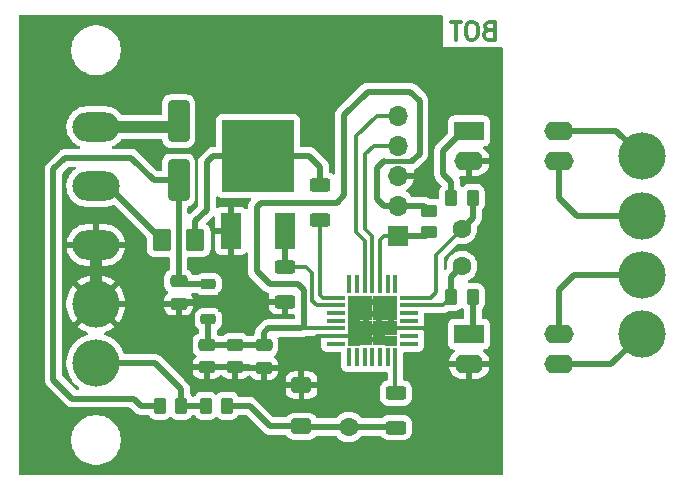
<source format=gbr>
%TF.GenerationSoftware,KiCad,Pcbnew,9.0.4-unknown*%
%TF.CreationDate,2025-11-20T15:33:37+01:00*%
%TF.ProjectId,KlimatizaceSamsung,4b6c696d-6174-4697-9a61-636553616d73,rev?*%
%TF.SameCoordinates,Original*%
%TF.FileFunction,Copper,L2,Bot*%
%TF.FilePolarity,Positive*%
%FSLAX46Y46*%
G04 Gerber Fmt 4.6, Leading zero omitted, Abs format (unit mm)*
G04 Created by KiCad (PCBNEW 9.0.4-unknown) date 2025-11-20 15:33:37*
%MOMM*%
%LPD*%
G01*
G04 APERTURE LIST*
G04 Aperture macros list*
%AMRoundRect*
0 Rectangle with rounded corners*
0 $1 Rounding radius*
0 $2 $3 $4 $5 $6 $7 $8 $9 X,Y pos of 4 corners*
0 Add a 4 corners polygon primitive as box body*
4,1,4,$2,$3,$4,$5,$6,$7,$8,$9,$2,$3,0*
0 Add four circle primitives for the rounded corners*
1,1,$1+$1,$2,$3*
1,1,$1+$1,$4,$5*
1,1,$1+$1,$6,$7*
1,1,$1+$1,$8,$9*
0 Add four rect primitives between the rounded corners*
20,1,$1+$1,$2,$3,$4,$5,0*
20,1,$1+$1,$4,$5,$6,$7,0*
20,1,$1+$1,$6,$7,$8,$9,0*
20,1,$1+$1,$8,$9,$2,$3,0*%
%AMFreePoly0*
4,1,9,3.862500,-0.866500,0.737500,-0.866500,0.737500,-0.450000,-0.737500,-0.450000,-0.737500,0.450000,0.737500,0.450000,0.737500,0.866500,3.862500,0.866500,3.862500,-0.866500,3.862500,-0.866500,$1*%
G04 Aperture macros list end*
%ADD10C,0.300000*%
%TA.AperFunction,NonConductor*%
%ADD11C,0.300000*%
%TD*%
%TA.AperFunction,ComponentPad*%
%ADD12O,4.000000X2.500000*%
%TD*%
%TA.AperFunction,ComponentPad*%
%ADD13C,1.600000*%
%TD*%
%TA.AperFunction,ComponentPad*%
%ADD14C,4.000000*%
%TD*%
%TA.AperFunction,ComponentPad*%
%ADD15O,4.000000X4.000000*%
%TD*%
%TA.AperFunction,ComponentPad*%
%ADD16R,1.700000X1.700000*%
%TD*%
%TA.AperFunction,ComponentPad*%
%ADD17O,1.700000X1.700000*%
%TD*%
%TA.AperFunction,ComponentPad*%
%ADD18R,2.500000X1.600000*%
%TD*%
%TA.AperFunction,ComponentPad*%
%ADD19O,2.500000X1.600000*%
%TD*%
%TA.AperFunction,SMDPad,CuDef*%
%ADD20RoundRect,0.250000X0.262500X0.450000X-0.262500X0.450000X-0.262500X-0.450000X0.262500X-0.450000X0*%
%TD*%
%TA.AperFunction,SMDPad,CuDef*%
%ADD21RoundRect,0.225000X-0.425000X-0.225000X0.425000X-0.225000X0.425000X0.225000X-0.425000X0.225000X0*%
%TD*%
%TA.AperFunction,SMDPad,CuDef*%
%ADD22FreePoly0,0.000000*%
%TD*%
%TA.AperFunction,SMDPad,CuDef*%
%ADD23RoundRect,0.250000X-0.625000X0.312500X-0.625000X-0.312500X0.625000X-0.312500X0.625000X0.312500X0*%
%TD*%
%TA.AperFunction,SMDPad,CuDef*%
%ADD24RoundRect,0.250000X-0.475000X0.250000X-0.475000X-0.250000X0.475000X-0.250000X0.475000X0.250000X0*%
%TD*%
%TA.AperFunction,SMDPad,CuDef*%
%ADD25RoundRect,0.250000X0.650000X-1.500000X0.650000X1.500000X-0.650000X1.500000X-0.650000X-1.500000X0*%
%TD*%
%TA.AperFunction,SMDPad,CuDef*%
%ADD26RoundRect,0.250000X-0.262500X-0.450000X0.262500X-0.450000X0.262500X0.450000X-0.262500X0.450000X0*%
%TD*%
%TA.AperFunction,SMDPad,CuDef*%
%ADD27RoundRect,0.160000X0.640000X0.740000X-0.640000X0.740000X-0.640000X-0.740000X0.640000X-0.740000X0*%
%TD*%
%TA.AperFunction,SMDPad,CuDef*%
%ADD28RoundRect,0.250000X0.600000X-0.400000X0.600000X0.400000X-0.600000X0.400000X-0.600000X-0.400000X0*%
%TD*%
%TA.AperFunction,SMDPad,CuDef*%
%ADD29R,1.500000X0.370000*%
%TD*%
%TA.AperFunction,SMDPad,CuDef*%
%ADD30R,0.370000X1.500000*%
%TD*%
%TA.AperFunction,SMDPad,CuDef*%
%ADD31R,1.062500X0.830000*%
%TD*%
%TA.AperFunction,SMDPad,CuDef*%
%ADD32R,1.062500X1.300000*%
%TD*%
%TA.AperFunction,SMDPad,CuDef*%
%ADD33R,1.062500X1.062500*%
%TD*%
%TA.AperFunction,SMDPad,CuDef*%
%ADD34R,1.062500X1.500000*%
%TD*%
%TA.AperFunction,SMDPad,CuDef*%
%ADD35R,1.062500X0.650000*%
%TD*%
%TA.AperFunction,SMDPad,CuDef*%
%ADD36RoundRect,0.250000X0.625000X-0.312500X0.625000X0.312500X-0.625000X0.312500X-0.625000X-0.312500X0*%
%TD*%
%TA.AperFunction,SMDPad,CuDef*%
%ADD37RoundRect,0.250000X0.450000X-0.262500X0.450000X0.262500X-0.450000X0.262500X-0.450000X-0.262500X0*%
%TD*%
%TA.AperFunction,SMDPad,CuDef*%
%ADD38R,6.096000X6.096000*%
%TD*%
%TA.AperFunction,SMDPad,CuDef*%
%ADD39R,1.651000X3.048000*%
%TD*%
%TA.AperFunction,Conductor*%
%ADD40C,0.500000*%
%TD*%
%TA.AperFunction,Conductor*%
%ADD41C,0.300000*%
%TD*%
%TA.AperFunction,Conductor*%
%ADD42C,1.000000*%
%TD*%
%TA.AperFunction,Conductor*%
%ADD43C,0.400000*%
%TD*%
G04 APERTURE END LIST*
D10*
D11*
X139245489Y-39815114D02*
X139031203Y-39886542D01*
X139031203Y-39886542D02*
X138959774Y-39957971D01*
X138959774Y-39957971D02*
X138888346Y-40100828D01*
X138888346Y-40100828D02*
X138888346Y-40315114D01*
X138888346Y-40315114D02*
X138959774Y-40457971D01*
X138959774Y-40457971D02*
X139031203Y-40529400D01*
X139031203Y-40529400D02*
X139174060Y-40600828D01*
X139174060Y-40600828D02*
X139745489Y-40600828D01*
X139745489Y-40600828D02*
X139745489Y-39100828D01*
X139745489Y-39100828D02*
X139245489Y-39100828D01*
X139245489Y-39100828D02*
X139102632Y-39172257D01*
X139102632Y-39172257D02*
X139031203Y-39243685D01*
X139031203Y-39243685D02*
X138959774Y-39386542D01*
X138959774Y-39386542D02*
X138959774Y-39529400D01*
X138959774Y-39529400D02*
X139031203Y-39672257D01*
X139031203Y-39672257D02*
X139102632Y-39743685D01*
X139102632Y-39743685D02*
X139245489Y-39815114D01*
X139245489Y-39815114D02*
X139745489Y-39815114D01*
X137959774Y-39100828D02*
X137674060Y-39100828D01*
X137674060Y-39100828D02*
X137531203Y-39172257D01*
X137531203Y-39172257D02*
X137388346Y-39315114D01*
X137388346Y-39315114D02*
X137316917Y-39600828D01*
X137316917Y-39600828D02*
X137316917Y-40100828D01*
X137316917Y-40100828D02*
X137388346Y-40386542D01*
X137388346Y-40386542D02*
X137531203Y-40529400D01*
X137531203Y-40529400D02*
X137674060Y-40600828D01*
X137674060Y-40600828D02*
X137959774Y-40600828D01*
X137959774Y-40600828D02*
X138102632Y-40529400D01*
X138102632Y-40529400D02*
X138245489Y-40386542D01*
X138245489Y-40386542D02*
X138316917Y-40100828D01*
X138316917Y-40100828D02*
X138316917Y-39600828D01*
X138316917Y-39600828D02*
X138245489Y-39315114D01*
X138245489Y-39315114D02*
X138102632Y-39172257D01*
X138102632Y-39172257D02*
X137959774Y-39100828D01*
X136888345Y-39100828D02*
X136031203Y-39100828D01*
X136459774Y-40600828D02*
X136459774Y-39100828D01*
D12*
%TO.P,J4,1,Pin_1*%
%TO.N,Net-(D2-A)*%
X106000000Y-48000000D03*
%TO.P,J4,2,Pin_2*%
%TO.N,iDum*%
X106000000Y-53000000D03*
%TO.P,J4,3,Pin_3*%
%TO.N,GND*%
X106000000Y-58000000D03*
%TD*%
D13*
%TO.P,TP3,1,&1*%
%TO.N,IR Control*%
X137000000Y-56600000D03*
%TD*%
D14*
%TO.P,J2,1,Pin_1*%
%TO.N,Net-(J2-Pin_1)*%
X152200000Y-65500000D03*
D15*
%TO.P,J2,2,Pin_2*%
%TO.N,Net-(J2-Pin_2)*%
X152200000Y-60500000D03*
%TD*%
D13*
%TO.P,TP1,1,&1*%
%TO.N,Net-(TP1-&1)*%
X127400000Y-73400000D03*
%TD*%
%TO.P,TP2,1,&1*%
%TO.N,OnOff*%
X137000000Y-59800000D03*
%TD*%
D16*
%TO.P,J1,1,VPP*%
%TO.N,/VPP*%
X131600000Y-57200000D03*
D17*
%TO.P,J1,2,VCC*%
%TO.N,VCC*%
X131600000Y-54660000D03*
%TO.P,J1,3,GND*%
%TO.N,GND*%
X131600000Y-52120000D03*
%TO.P,J1,4,PGD*%
%TO.N,/PGD*%
X131600000Y-49580000D03*
%TO.P,J1,5,PGC*%
%TO.N,/PGC*%
X131600000Y-47040000D03*
%TD*%
D18*
%TO.P,U3,1*%
%TO.N,Net-(R2-Pad2)*%
X137590000Y-65530000D03*
D19*
%TO.P,U3,2*%
%TO.N,GND*%
X137590000Y-68070000D03*
%TO.P,U3,3*%
%TO.N,Net-(J2-Pin_1)*%
X145210000Y-68070000D03*
%TO.P,U3,4*%
%TO.N,Net-(J2-Pin_2)*%
X145210000Y-65530000D03*
%TD*%
D14*
%TO.P,J3,1,Pin_1*%
%TO.N,Net-(J3-Pin_1)*%
X152200000Y-55500000D03*
D15*
%TO.P,J3,2,Pin_2*%
%TO.N,Net-(J3-Pin_2)*%
X152200000Y-50500000D03*
%TD*%
D14*
%TO.P,J5,1,Pin_1*%
%TO.N,GND*%
X106000000Y-63000000D03*
D15*
%TO.P,J5,2,Pin_2*%
%TO.N,Net-(J5-Pin_2)*%
X106000000Y-68000000D03*
%TD*%
D18*
%TO.P,U4,1*%
%TO.N,Net-(R3-Pad2)*%
X137590000Y-48330000D03*
D19*
%TO.P,U4,2*%
%TO.N,GND*%
X137590000Y-50870000D03*
%TO.P,U4,3*%
%TO.N,Net-(J3-Pin_1)*%
X145210000Y-50870000D03*
%TO.P,U4,4*%
%TO.N,Net-(J3-Pin_2)*%
X145210000Y-48330000D03*
%TD*%
D20*
%TO.P,R7,1*%
%TO.N,Net-(TP1-&1)*%
X117112500Y-71600000D03*
%TO.P,R7,2*%
%TO.N,Net-(J5-Pin_2)*%
X115287500Y-71600000D03*
%TD*%
D21*
%TO.P,U2,1,OUT*%
%TO.N,VCC*%
X115512500Y-64300000D03*
D22*
%TO.P,U2,2,GND*%
%TO.N,GND*%
X115600000Y-62800000D03*
D21*
%TO.P,U2,3,IN*%
%TO.N,+15V*%
X115512500Y-61300000D03*
%TD*%
D23*
%TO.P,R8,1*%
%TO.N,Active*%
X131400000Y-70537500D03*
%TO.P,R8,2*%
%TO.N,Net-(TP1-&1)*%
X131400000Y-73462500D03*
%TD*%
D24*
%TO.P,C2,1*%
%TO.N,VCC*%
X115400000Y-66450000D03*
%TO.P,C2,2*%
%TO.N,GND*%
X115400000Y-68350000D03*
%TD*%
D25*
%TO.P,D2,1,K*%
%TO.N,+15V*%
X113000000Y-52500000D03*
%TO.P,D2,2,A*%
%TO.N,Net-(D2-A)*%
X113000000Y-47500000D03*
%TD*%
D26*
%TO.P,R2,1*%
%TO.N,OnOff*%
X136087500Y-62400000D03*
%TO.P,R2,2*%
%TO.N,Net-(R2-Pad2)*%
X137912500Y-62400000D03*
%TD*%
D27*
%TO.P,F1,1,1*%
%TO.N,iDum*%
X111600000Y-57600000D03*
%TO.P,F1,2,2*%
%TO.N,Net-(F1-Pad2)*%
X114400000Y-57600000D03*
%TD*%
D24*
%TO.P,C3,1*%
%TO.N,VCC*%
X117800000Y-66450000D03*
%TO.P,C3,2*%
%TO.N,GND*%
X117800000Y-68350000D03*
%TD*%
D26*
%TO.P,R6,1*%
%TO.N,+15V*%
X111400000Y-71600000D03*
%TO.P,R6,2*%
%TO.N,Net-(J5-Pin_2)*%
X113225000Y-71600000D03*
%TD*%
D28*
%TO.P,D1,1*%
%TO.N,Net-(TP1-&1)*%
X123400000Y-73350000D03*
%TO.P,D1,2*%
%TO.N,GND*%
X123400000Y-69850000D03*
%TD*%
D24*
%TO.P,C4,1*%
%TO.N,VCC*%
X120200000Y-66500000D03*
%TO.P,C4,2*%
%TO.N,GND*%
X120200000Y-68400000D03*
%TD*%
D29*
%TO.P,U1,1,RA2*%
%TO.N,IR Control*%
X132500000Y-62450000D03*
%TO.P,U1,2,RA3*%
%TO.N,OnOff*%
X132500000Y-63100000D03*
%TO.P,U1,3,RA4*%
%TO.N,unconnected-(U1-RA4-Pad3)*%
X132500000Y-63750000D03*
%TO.P,U1,4,RA5*%
%TO.N,unconnected-(U1-RA5-Pad4)*%
X132500000Y-64400000D03*
%TO.P,U1,5,VSS*%
%TO.N,GND*%
X132500000Y-65050000D03*
%TO.P,U1,6,RA7/CLKI*%
%TO.N,unconnected-(U1-RA7{slash}CLKI-Pad6)*%
X132500000Y-65700000D03*
%TO.P,U1,7,RA6/CLKO*%
%TO.N,unconnected-(U1-RA6{slash}CLKO-Pad7)*%
X132500000Y-66350000D03*
D30*
%TO.P,U1,8,RC0*%
%TO.N,Active*%
X131350000Y-67500000D03*
%TO.P,U1,9,RC1*%
%TO.N,unconnected-(U1-RC1-Pad9)*%
X130700000Y-67500000D03*
%TO.P,U1,10,RC2*%
%TO.N,unconnected-(U1-RC2-Pad10)*%
X130050000Y-67500000D03*
%TO.P,U1,11,RC3*%
%TO.N,unconnected-(U1-RC3-Pad11)*%
X129400000Y-67500000D03*
%TO.P,U1,12,RC4*%
%TO.N,unconnected-(U1-RC4-Pad12)*%
X128750000Y-67500000D03*
%TO.P,U1,13,RC5*%
%TO.N,unconnected-(U1-RC5-Pad13)*%
X128100000Y-67500000D03*
%TO.P,U1,14,RC6*%
%TO.N,unconnected-(U1-RC6-Pad14)*%
X127450000Y-67500000D03*
D29*
%TO.P,U1,15,RC7*%
%TO.N,unconnected-(U1-RC7-Pad15)*%
X126300000Y-66350000D03*
%TO.P,U1,16,VSS*%
%TO.N,GND*%
X126300000Y-65700000D03*
%TO.P,U1,17,VDD*%
%TO.N,VCC*%
X126300000Y-65050000D03*
%TO.P,U1,18,RB0*%
%TO.N,unconnected-(U1-RB0-Pad18)*%
X126300000Y-64400000D03*
%TO.P,U1,19,RB1*%
%TO.N,unconnected-(U1-RB1-Pad19)*%
X126300000Y-63750000D03*
%TO.P,U1,20,RB2*%
%TO.N,iDumTx*%
X126300000Y-63100000D03*
%TO.P,U1,21,RB3*%
%TO.N,iDumRx*%
X126300000Y-62450000D03*
D30*
%TO.P,U1,22,RB4*%
%TO.N,unconnected-(U1-RB4-Pad22)*%
X127450000Y-61300000D03*
%TO.P,U1,23,RB5*%
%TO.N,unconnected-(U1-RB5-Pad23)*%
X128100000Y-61300000D03*
%TO.P,U1,24,RB6/PGC*%
%TO.N,/PGC*%
X128750000Y-61300000D03*
%TO.P,U1,25,RB7/PGD*%
%TO.N,/PGD*%
X129400000Y-61300000D03*
%TO.P,U1,26,~{MCLR}/VPP/RE3*%
%TO.N,/VPP*%
X130050000Y-61300000D03*
%TO.P,U1,27,RA0*%
%TO.N,unconnected-(U1-RA0-Pad27)*%
X130700000Y-61300000D03*
%TO.P,U1,28,RA1*%
%TO.N,unconnected-(U1-RA1-Pad28)*%
X131350000Y-61300000D03*
D31*
%TO.P,U1,29,EP*%
%TO.N,GND*%
X130993750Y-66110000D03*
D32*
X130993750Y-65050000D03*
D33*
X130993750Y-63868750D03*
X130993750Y-62806250D03*
X129931250Y-65993750D03*
X129931250Y-64931250D03*
X129931250Y-63868750D03*
X129931250Y-62806250D03*
X128868750Y-65993750D03*
X128868750Y-64931250D03*
X128868750Y-63868750D03*
X128868750Y-62806250D03*
D34*
X127806250Y-65775000D03*
D35*
X127806250Y-64725000D03*
D33*
X127806250Y-63868750D03*
X127806250Y-62806250D03*
%TD*%
D24*
%TO.P,C1,1*%
%TO.N,+15V*%
X113000000Y-61050000D03*
%TO.P,C1,2*%
%TO.N,GND*%
X113000000Y-62950000D03*
%TD*%
D36*
%TO.P,R4,1*%
%TO.N,iDumRx*%
X125000000Y-55862500D03*
%TO.P,R4,2*%
%TO.N,Net-(F1-Pad2)*%
X125000000Y-52937500D03*
%TD*%
D23*
%TO.P,R5,1*%
%TO.N,iDumTx*%
X122000000Y-59875000D03*
%TO.P,R5,2*%
%TO.N,GND*%
X122000000Y-62800000D03*
%TD*%
D37*
%TO.P,R1,1*%
%TO.N,/VPP*%
X134200000Y-56912500D03*
%TO.P,R1,2*%
%TO.N,VCC*%
X134200000Y-55087500D03*
%TD*%
D38*
%TO.P,Q1,D,D*%
%TO.N,Net-(F1-Pad2)*%
X119714000Y-50450000D03*
D39*
%TO.P,Q1,G,G*%
%TO.N,iDumTx*%
X122000000Y-56800000D03*
%TO.P,Q1,S,S*%
%TO.N,GND*%
X117428000Y-56800000D03*
%TD*%
D20*
%TO.P,R3,1*%
%TO.N,IR Control*%
X137912500Y-54000000D03*
%TO.P,R3,2*%
%TO.N,Net-(R3-Pad2)*%
X136087500Y-54000000D03*
%TD*%
D40*
%TO.N,+15V*%
X115512500Y-61300000D02*
X113250000Y-61300000D01*
X109000000Y-50600000D02*
X110900000Y-52500000D01*
X103400000Y-50600000D02*
X109000000Y-50600000D01*
X113250000Y-61300000D02*
X113000000Y-61050000D01*
X102400000Y-51600000D02*
X103400000Y-50600000D01*
X111400000Y-71600000D02*
X109800000Y-71600000D01*
X104000000Y-71000000D02*
X102400000Y-69400000D01*
X109200000Y-71000000D02*
X104000000Y-71000000D01*
X110900000Y-52500000D02*
X113000000Y-52500000D01*
X113000000Y-52500000D02*
X113000000Y-61050000D01*
X109800000Y-71600000D02*
X109200000Y-71000000D01*
X102400000Y-69400000D02*
X102400000Y-51600000D01*
D41*
%TO.N,GND*%
X123600000Y-66800000D02*
X123600000Y-68100000D01*
D40*
X140000000Y-46800000D02*
X140000000Y-50800000D01*
X140000000Y-67400000D02*
X139330000Y-68070000D01*
X134400000Y-47800000D02*
X136000000Y-46200000D01*
X113750000Y-68350000D02*
X113000000Y-67600000D01*
X137590000Y-70810000D02*
X137590000Y-68070000D01*
D41*
X128575000Y-65700000D02*
X128868750Y-65993750D01*
D40*
X139930000Y-50870000D02*
X140000000Y-50800000D01*
X137590000Y-50870000D02*
X139930000Y-50870000D01*
D41*
X124700000Y-65700000D02*
X123600000Y-66800000D01*
D40*
X115400000Y-68350000D02*
X113750000Y-68350000D01*
X122000000Y-62800000D02*
X115600000Y-62800000D01*
X134400000Y-51800000D02*
X134400000Y-47800000D01*
X120200000Y-68400000D02*
X123300000Y-68400000D01*
X113150000Y-62800000D02*
X113000000Y-62950000D01*
X117428000Y-62572000D02*
X117428000Y-56800000D01*
D41*
X132500000Y-65050000D02*
X134550000Y-65050000D01*
X135570000Y-68070000D02*
X137590000Y-68070000D01*
X126300000Y-65700000D02*
X128575000Y-65700000D01*
D40*
X115600000Y-62800000D02*
X113150000Y-62800000D01*
D41*
X129812500Y-65050000D02*
X128868750Y-65993750D01*
D40*
X117200000Y-62800000D02*
X117428000Y-62572000D01*
D41*
X135000000Y-65500000D02*
X135000000Y-67500000D01*
D40*
X140000000Y-50800000D02*
X140000000Y-67400000D01*
D42*
X106000000Y-58000000D02*
X106000000Y-63000000D01*
D40*
X123400000Y-69850000D02*
X127250000Y-69850000D01*
X123400000Y-68500000D02*
X123300000Y-68400000D01*
X123400000Y-69850000D02*
X123400000Y-68500000D01*
X106050000Y-62950000D02*
X106000000Y-63000000D01*
D41*
X135000000Y-67500000D02*
X135570000Y-68070000D01*
D40*
X136400000Y-72000000D02*
X137590000Y-70810000D01*
D41*
X134550000Y-65050000D02*
X135000000Y-65500000D01*
D40*
X115400000Y-68350000D02*
X117800000Y-68350000D01*
X113000000Y-67600000D02*
X113000000Y-62950000D01*
D41*
X132500000Y-65050000D02*
X129812500Y-65050000D01*
D40*
X131600000Y-52120000D02*
X134080000Y-52120000D01*
X115600000Y-62800000D02*
X117200000Y-62800000D01*
X117850000Y-68400000D02*
X117800000Y-68350000D01*
X113000000Y-62950000D02*
X106050000Y-62950000D01*
X120200000Y-68400000D02*
X117850000Y-68400000D01*
X139330000Y-68070000D02*
X137590000Y-68070000D01*
X127250000Y-69850000D02*
X129400000Y-72000000D01*
X134080000Y-52120000D02*
X134400000Y-51800000D01*
X123300000Y-68400000D02*
X123600000Y-68100000D01*
X136000000Y-46200000D02*
X139400000Y-46200000D01*
X139400000Y-46200000D02*
X140000000Y-46800000D01*
D41*
X126300000Y-65700000D02*
X124700000Y-65700000D01*
D40*
X129400000Y-72000000D02*
X136400000Y-72000000D01*
%TO.N,VCC*%
X123100000Y-61300000D02*
X120700000Y-61300000D01*
X117800000Y-66450000D02*
X120150000Y-66450000D01*
X123400000Y-65050000D02*
X123600000Y-64850000D01*
X127000000Y-47000000D02*
X129000000Y-45000000D01*
X115400000Y-66450000D02*
X117800000Y-66450000D01*
X119600000Y-54800000D02*
X120000000Y-54400000D01*
X129800000Y-51450000D02*
X130400000Y-50850000D01*
X126400000Y-54400000D02*
X127000000Y-53800000D01*
X120200000Y-65450000D02*
X120600000Y-65050000D01*
X120600000Y-65050000D02*
X123400000Y-65050000D01*
X119600000Y-60200000D02*
X119600000Y-54800000D01*
X133772500Y-54660000D02*
X134200000Y-55087500D01*
X120000000Y-54400000D02*
X126400000Y-54400000D01*
X129000000Y-45000000D02*
X132600000Y-45000000D01*
X131600000Y-54660000D02*
X130360000Y-54660000D01*
D41*
X126300000Y-65050000D02*
X123400000Y-65050000D01*
D40*
X120200000Y-66500000D02*
X120200000Y-65450000D01*
X133400000Y-50250000D02*
X132800000Y-50850000D01*
X127000000Y-53800000D02*
X127000000Y-47000000D01*
D43*
X130400000Y-50850000D02*
X132800000Y-50850000D01*
D40*
X133400000Y-45800000D02*
X133400000Y-50250000D01*
X129800000Y-54100000D02*
X130360000Y-54660000D01*
X132600000Y-45000000D02*
X133400000Y-45800000D01*
X115512500Y-64300000D02*
X115512500Y-66337500D01*
X129800000Y-54100000D02*
X129800000Y-51450000D01*
X123600000Y-61800000D02*
X123100000Y-61300000D01*
X123600000Y-64850000D02*
X123600000Y-61800000D01*
X120150000Y-66450000D02*
X120200000Y-66500000D01*
X115512500Y-66337500D02*
X115400000Y-66450000D01*
X120700000Y-61300000D02*
X119600000Y-60200000D01*
X131600000Y-54660000D02*
X133772500Y-54660000D01*
D41*
%TO.N,Active*%
X131350000Y-70487500D02*
X131400000Y-70537500D01*
X131350000Y-67500000D02*
X131350000Y-70487500D01*
D42*
%TO.N,Net-(D2-A)*%
X112500000Y-48000000D02*
X113000000Y-47500000D01*
X106000000Y-48000000D02*
X112500000Y-48000000D01*
D40*
%TO.N,iDum*%
X107000000Y-53000000D02*
X111600000Y-57600000D01*
X106000000Y-53000000D02*
X107000000Y-53000000D01*
%TO.N,Net-(F1-Pad2)*%
X124050000Y-50450000D02*
X119714000Y-50450000D01*
X114400000Y-56000000D02*
X115400000Y-55000000D01*
X125000000Y-52937500D02*
X125000000Y-51400000D01*
X125000000Y-51400000D02*
X124050000Y-50450000D01*
X115400000Y-55000000D02*
X115400000Y-51000000D01*
X115950000Y-50450000D02*
X119714000Y-50450000D01*
X114400000Y-57600000D02*
X114400000Y-56000000D01*
X115400000Y-51000000D02*
X115950000Y-50450000D01*
D41*
%TO.N,/PGC*%
X128750000Y-61300000D02*
X128750000Y-57650000D01*
X128000000Y-56900000D02*
X128000000Y-48800000D01*
X129760000Y-47040000D02*
X131600000Y-47040000D01*
X128000000Y-48800000D02*
X129760000Y-47040000D01*
X128750000Y-57650000D02*
X128000000Y-56900000D01*
%TO.N,/PGD*%
X129520000Y-49580000D02*
X131600000Y-49580000D01*
X128800000Y-50300000D02*
X129520000Y-49580000D01*
X128800000Y-56600000D02*
X128800000Y-50300000D01*
X129400000Y-57200000D02*
X128800000Y-56600000D01*
X129400000Y-61300000D02*
X129400000Y-57200000D01*
D40*
%TO.N,/VPP*%
X133912500Y-57200000D02*
X134200000Y-56912500D01*
D41*
X130050000Y-57550000D02*
X130400000Y-57200000D01*
X130400000Y-57200000D02*
X131600000Y-57200000D01*
X130050000Y-61300000D02*
X130050000Y-57550000D01*
D40*
X131600000Y-57200000D02*
X133912500Y-57200000D01*
%TO.N,Net-(J2-Pin_2)*%
X146500000Y-60500000D02*
X145210000Y-61790000D01*
X152200000Y-60500000D02*
X146500000Y-60500000D01*
X145210000Y-61790000D02*
X145210000Y-65530000D01*
%TO.N,Net-(J2-Pin_1)*%
X145210000Y-68070000D02*
X149630000Y-68070000D01*
X149630000Y-68070000D02*
X152200000Y-65500000D01*
%TO.N,Net-(J3-Pin_1)*%
X145210000Y-54010000D02*
X145210000Y-50870000D01*
X152200000Y-55500000D02*
X146700000Y-55500000D01*
X146700000Y-55500000D02*
X145210000Y-54010000D01*
%TO.N,Net-(J3-Pin_2)*%
X150030000Y-48330000D02*
X152200000Y-50500000D01*
X145210000Y-48330000D02*
X150030000Y-48330000D01*
D41*
%TO.N,iDumTx*%
X124300000Y-62700000D02*
X124300000Y-60400000D01*
D40*
X122000000Y-59875000D02*
X122000000Y-56800000D01*
D41*
X123775000Y-59875000D02*
X122000000Y-59875000D01*
X124700000Y-63100000D02*
X124300000Y-62700000D01*
X126300000Y-63100000D02*
X124700000Y-63100000D01*
X124300000Y-60400000D02*
X123775000Y-59875000D01*
D40*
%TO.N,Net-(R2-Pad2)*%
X137912500Y-62400000D02*
X137912500Y-65207500D01*
X137912500Y-65207500D02*
X137590000Y-65530000D01*
D41*
%TO.N,OnOff*%
X135387500Y-63100000D02*
X136087500Y-62400000D01*
D40*
X136087500Y-62400000D02*
X136087500Y-60712500D01*
X136087500Y-60712500D02*
X137000000Y-59800000D01*
D41*
X132500000Y-63100000D02*
X135387500Y-63100000D01*
D40*
%TO.N,Net-(R3-Pad2)*%
X137590000Y-48330000D02*
X137070000Y-48330000D01*
X136087500Y-52687500D02*
X136087500Y-54000000D01*
X135400000Y-50000000D02*
X135400000Y-52000000D01*
X135400000Y-52000000D02*
X136087500Y-52687500D01*
X137070000Y-48330000D02*
X135400000Y-50000000D01*
D41*
%TO.N,IR Control*%
X134800000Y-58800000D02*
X137000000Y-56600000D01*
D40*
X137912500Y-54000000D02*
X137912500Y-55687500D01*
D41*
X132500000Y-62450000D02*
X134350000Y-62450000D01*
X134350000Y-62450000D02*
X134800000Y-62000000D01*
X134800000Y-62000000D02*
X134800000Y-58800000D01*
D40*
X137912500Y-55687500D02*
X137000000Y-56600000D01*
D41*
%TO.N,iDumRx*%
X125000000Y-62200000D02*
X125000000Y-55862500D01*
X125250000Y-62450000D02*
X125000000Y-62200000D01*
X126300000Y-62450000D02*
X125250000Y-62450000D01*
D40*
%TO.N,Net-(TP1-&1)*%
X131337500Y-73400000D02*
X131400000Y-73462500D01*
X120750000Y-73350000D02*
X119000000Y-71600000D01*
X119000000Y-71600000D02*
X117112500Y-71600000D01*
X123400000Y-73350000D02*
X120750000Y-73350000D01*
X127400000Y-73400000D02*
X123450000Y-73400000D01*
X123450000Y-73400000D02*
X123400000Y-73350000D01*
X127400000Y-73400000D02*
X131337500Y-73400000D01*
%TO.N,Net-(J5-Pin_2)*%
X111000000Y-68000000D02*
X113225000Y-70225000D01*
X113225000Y-71600000D02*
X115287500Y-71600000D01*
X113225000Y-70225000D02*
X113225000Y-71600000D01*
X106000000Y-68000000D02*
X111000000Y-68000000D01*
%TD*%
%TA.AperFunction,Conductor*%
%TO.N,GND*%
G36*
X130997940Y-62564894D02*
G01*
X131027927Y-62571418D01*
X131032942Y-62575172D01*
X131035539Y-62575935D01*
X131038452Y-62579297D01*
X131056181Y-62592569D01*
X131207431Y-62743819D01*
X131240916Y-62805142D01*
X131243750Y-62831500D01*
X131243750Y-64800000D01*
X131251927Y-64808177D01*
X131258194Y-64810136D01*
X131290713Y-64819685D01*
X131291795Y-64820639D01*
X131292514Y-64820864D01*
X131298750Y-64826772D01*
X131318783Y-64844436D01*
X131320930Y-64847003D01*
X131392454Y-64942546D01*
X131414937Y-64959377D01*
X131424189Y-64970436D01*
X131432620Y-64989780D01*
X131445262Y-65006668D01*
X131446298Y-65021161D01*
X131452106Y-65034486D01*
X131448741Y-65055315D01*
X131450246Y-65076360D01*
X131443280Y-65089115D01*
X131440963Y-65103462D01*
X131426872Y-65119164D01*
X131416760Y-65137683D01*
X131403392Y-65149266D01*
X131392454Y-65157454D01*
X131322940Y-65250312D01*
X131267006Y-65292182D01*
X131223674Y-65300000D01*
X130181250Y-65300000D01*
X130181250Y-65860000D01*
X130869750Y-65860000D01*
X130878435Y-65862550D01*
X130887397Y-65861262D01*
X130911437Y-65872240D01*
X130936789Y-65879685D01*
X130942716Y-65886525D01*
X130950953Y-65890287D01*
X130965242Y-65912521D01*
X130982544Y-65932489D01*
X130984831Y-65943003D01*
X130988727Y-65949065D01*
X130993750Y-65984000D01*
X130993750Y-66125500D01*
X130974065Y-66192539D01*
X130921261Y-66238294D01*
X130869750Y-66249500D01*
X130467129Y-66249500D01*
X130467123Y-66249501D01*
X130407509Y-66255909D01*
X130403508Y-66256855D01*
X130346491Y-66256855D01*
X130342487Y-66255909D01*
X130282883Y-66249501D01*
X130282881Y-66249500D01*
X130282873Y-66249500D01*
X130282865Y-66249500D01*
X129889612Y-66249500D01*
X129870030Y-66243750D01*
X128894000Y-66243750D01*
X128826961Y-66224065D01*
X128807795Y-66208883D01*
X128651407Y-66057633D01*
X128651132Y-66057148D01*
X128649931Y-66056181D01*
X128618750Y-66025000D01*
X127618058Y-66025000D01*
X127551019Y-66005315D01*
X127505264Y-65952511D01*
X127501875Y-65944331D01*
X127497458Y-65932489D01*
X127493796Y-65922669D01*
X127493793Y-65922664D01*
X127407547Y-65807455D01*
X127404882Y-65805460D01*
X127396608Y-65799266D01*
X127355049Y-65743750D01*
X129118750Y-65743750D01*
X129681250Y-65743750D01*
X129681250Y-65181250D01*
X129118750Y-65181250D01*
X129118750Y-65743750D01*
X127355049Y-65743750D01*
X127354738Y-65743335D01*
X127349752Y-65673643D01*
X127380130Y-65615541D01*
X127387702Y-65607400D01*
X127407546Y-65592546D01*
X127432368Y-65559387D01*
X127436877Y-65554541D01*
X127461451Y-65539946D01*
X127481418Y-65525000D01*
X128056250Y-65525000D01*
X128618750Y-65525000D01*
X128618750Y-65181250D01*
X128056250Y-65181250D01*
X128056250Y-65525000D01*
X127481418Y-65525000D01*
X127484333Y-65522818D01*
X127492893Y-65521273D01*
X127496951Y-65518864D01*
X127504726Y-65519138D01*
X127527666Y-65515000D01*
X127556250Y-65515000D01*
X127556250Y-64681250D01*
X129118750Y-64681250D01*
X129681250Y-64681250D01*
X130181250Y-64681250D01*
X130743750Y-64681250D01*
X130743750Y-64118750D01*
X130181250Y-64118750D01*
X130181250Y-64681250D01*
X129681250Y-64681250D01*
X129681250Y-64118750D01*
X129118750Y-64118750D01*
X129118750Y-64681250D01*
X127556250Y-64681250D01*
X127556250Y-64475000D01*
X128056250Y-64475000D01*
X128618750Y-64475000D01*
X128618750Y-64118750D01*
X128056250Y-64118750D01*
X128056250Y-64475000D01*
X127556250Y-64475000D01*
X127556250Y-63618750D01*
X128056250Y-63618750D01*
X128618750Y-63618750D01*
X129118750Y-63618750D01*
X129681250Y-63618750D01*
X130181250Y-63618750D01*
X130743750Y-63618750D01*
X130743750Y-63056250D01*
X130181250Y-63056250D01*
X130181250Y-63618750D01*
X129681250Y-63618750D01*
X129681250Y-63056250D01*
X129118750Y-63056250D01*
X129118750Y-63618750D01*
X128618750Y-63618750D01*
X128618750Y-63056250D01*
X128056250Y-63056250D01*
X128056250Y-63618750D01*
X127556250Y-63618750D01*
X127556250Y-62831500D01*
X127575935Y-62764461D01*
X127628739Y-62718706D01*
X127680250Y-62707500D01*
X127707500Y-62707500D01*
X127707500Y-62680250D01*
X127727185Y-62613211D01*
X127779989Y-62567456D01*
X127831500Y-62556250D01*
X130968500Y-62556250D01*
X130997940Y-62564894D01*
G37*
%TD.AperFunction*%
%TA.AperFunction,Conductor*%
G36*
X135318742Y-38519685D02*
G01*
X135364497Y-38572489D01*
X135375703Y-38624000D01*
X135375703Y-41258053D01*
X140376000Y-41258053D01*
X140443039Y-41277738D01*
X140488794Y-41330542D01*
X140500000Y-41382053D01*
X140500000Y-77376000D01*
X140480315Y-77443039D01*
X140427511Y-77488794D01*
X140376000Y-77500000D01*
X99624000Y-77500000D01*
X99556961Y-77480315D01*
X99511206Y-77427511D01*
X99500000Y-77376000D01*
X99500000Y-74362332D01*
X103899500Y-74362332D01*
X103899500Y-74637667D01*
X103899501Y-74637684D01*
X103935438Y-74910655D01*
X103935439Y-74910660D01*
X103935440Y-74910666D01*
X103935441Y-74910668D01*
X104006704Y-75176630D01*
X104112075Y-75431017D01*
X104112080Y-75431028D01*
X104194861Y-75574407D01*
X104249751Y-75669479D01*
X104249753Y-75669482D01*
X104249754Y-75669483D01*
X104417370Y-75887926D01*
X104417376Y-75887933D01*
X104612066Y-76082623D01*
X104612072Y-76082628D01*
X104830521Y-76250249D01*
X104983778Y-76338732D01*
X105068971Y-76387919D01*
X105068976Y-76387921D01*
X105068979Y-76387923D01*
X105323368Y-76493295D01*
X105589334Y-76564560D01*
X105862326Y-76600500D01*
X105862333Y-76600500D01*
X106137667Y-76600500D01*
X106137674Y-76600500D01*
X106410666Y-76564560D01*
X106676632Y-76493295D01*
X106931021Y-76387923D01*
X107169479Y-76250249D01*
X107387928Y-76082628D01*
X107582628Y-75887928D01*
X107750249Y-75669479D01*
X107887923Y-75431021D01*
X107993295Y-75176632D01*
X108064560Y-74910666D01*
X108100500Y-74637674D01*
X108100500Y-74362326D01*
X108064560Y-74089334D01*
X107993295Y-73823368D01*
X107887923Y-73568979D01*
X107887921Y-73568976D01*
X107887919Y-73568971D01*
X107838732Y-73483778D01*
X107750249Y-73330521D01*
X107582628Y-73112072D01*
X107582623Y-73112066D01*
X107387933Y-72917376D01*
X107387926Y-72917370D01*
X107169483Y-72749754D01*
X107169482Y-72749753D01*
X107169479Y-72749751D01*
X107050995Y-72681344D01*
X106931028Y-72612080D01*
X106931017Y-72612075D01*
X106676630Y-72506704D01*
X106521676Y-72465185D01*
X106410666Y-72435440D01*
X106410660Y-72435439D01*
X106410655Y-72435438D01*
X106137684Y-72399501D01*
X106137679Y-72399500D01*
X106137674Y-72399500D01*
X105862326Y-72399500D01*
X105862320Y-72399500D01*
X105862315Y-72399501D01*
X105589344Y-72435438D01*
X105589337Y-72435439D01*
X105589334Y-72435440D01*
X105533125Y-72450500D01*
X105323369Y-72506704D01*
X105068982Y-72612075D01*
X105068971Y-72612080D01*
X104830516Y-72749754D01*
X104612073Y-72917370D01*
X104612066Y-72917376D01*
X104417376Y-73112066D01*
X104417370Y-73112073D01*
X104249754Y-73330516D01*
X104112080Y-73568971D01*
X104112075Y-73568982D01*
X104006704Y-73823369D01*
X103935441Y-74089331D01*
X103935438Y-74089344D01*
X103899501Y-74362315D01*
X103899500Y-74362332D01*
X99500000Y-74362332D01*
X99500000Y-69473920D01*
X101649499Y-69473920D01*
X101678340Y-69618907D01*
X101678343Y-69618917D01*
X101734914Y-69755492D01*
X101767812Y-69804727D01*
X101767813Y-69804730D01*
X101817046Y-69878414D01*
X101817052Y-69878421D01*
X103521584Y-71582952D01*
X103521586Y-71582954D01*
X103544422Y-71598211D01*
X103595270Y-71632186D01*
X103644505Y-71665084D01*
X103701080Y-71688518D01*
X103781088Y-71721659D01*
X103897241Y-71744763D01*
X103916468Y-71748587D01*
X103926081Y-71750500D01*
X103926082Y-71750500D01*
X103926083Y-71750500D01*
X104073918Y-71750500D01*
X108837770Y-71750500D01*
X108904809Y-71770185D01*
X108925451Y-71786819D01*
X109217049Y-72078416D01*
X109270155Y-72131522D01*
X109321585Y-72182952D01*
X109444498Y-72265080D01*
X109444511Y-72265087D01*
X109581082Y-72321656D01*
X109581087Y-72321658D01*
X109581091Y-72321658D01*
X109581092Y-72321659D01*
X109726079Y-72350500D01*
X109726082Y-72350500D01*
X109873917Y-72350500D01*
X110371862Y-72350500D01*
X110438901Y-72370185D01*
X110477399Y-72409401D01*
X110544788Y-72518656D01*
X110668844Y-72642712D01*
X110818166Y-72734814D01*
X110984703Y-72789999D01*
X111087491Y-72800500D01*
X111712508Y-72800499D01*
X111712516Y-72800498D01*
X111712519Y-72800498D01*
X111768802Y-72794748D01*
X111815297Y-72789999D01*
X111981834Y-72734814D01*
X112131156Y-72642712D01*
X112224819Y-72549049D01*
X112286142Y-72515564D01*
X112355834Y-72520548D01*
X112400181Y-72549049D01*
X112493844Y-72642712D01*
X112643166Y-72734814D01*
X112809703Y-72789999D01*
X112912491Y-72800500D01*
X113537508Y-72800499D01*
X113537516Y-72800498D01*
X113537519Y-72800498D01*
X113593802Y-72794748D01*
X113640297Y-72789999D01*
X113806834Y-72734814D01*
X113956156Y-72642712D01*
X114080212Y-72518656D01*
X114147599Y-72409402D01*
X114155186Y-72402578D01*
X114159425Y-72393297D01*
X114180724Y-72379608D01*
X114199547Y-72362679D01*
X114211182Y-72360034D01*
X114218203Y-72355523D01*
X114253138Y-72350500D01*
X114259362Y-72350500D01*
X114326401Y-72370185D01*
X114364899Y-72409401D01*
X114432288Y-72518656D01*
X114556344Y-72642712D01*
X114705666Y-72734814D01*
X114872203Y-72789999D01*
X114974991Y-72800500D01*
X115600008Y-72800499D01*
X115600016Y-72800498D01*
X115600019Y-72800498D01*
X115656302Y-72794748D01*
X115702797Y-72789999D01*
X115869334Y-72734814D01*
X116018656Y-72642712D01*
X116112319Y-72549049D01*
X116173642Y-72515564D01*
X116243334Y-72520548D01*
X116287681Y-72549049D01*
X116381344Y-72642712D01*
X116530666Y-72734814D01*
X116697203Y-72789999D01*
X116799991Y-72800500D01*
X117425008Y-72800499D01*
X117425016Y-72800498D01*
X117425019Y-72800498D01*
X117481302Y-72794748D01*
X117527797Y-72789999D01*
X117694334Y-72734814D01*
X117843656Y-72642712D01*
X117967712Y-72518656D01*
X118035099Y-72409402D01*
X118087047Y-72362679D01*
X118140638Y-72350500D01*
X118637770Y-72350500D01*
X118704809Y-72370185D01*
X118725451Y-72386819D01*
X120271586Y-73932954D01*
X120294422Y-73948211D01*
X120345270Y-73982186D01*
X120394505Y-74015084D01*
X120451080Y-74038518D01*
X120531088Y-74071659D01*
X120645084Y-74094334D01*
X120665749Y-74098444D01*
X120676081Y-74100500D01*
X120676082Y-74100500D01*
X120676083Y-74100500D01*
X120823918Y-74100500D01*
X122065202Y-74100500D01*
X122132241Y-74120185D01*
X122170739Y-74159401D01*
X122207288Y-74218656D01*
X122331344Y-74342712D01*
X122480666Y-74434814D01*
X122647203Y-74489999D01*
X122749991Y-74500500D01*
X124050008Y-74500499D01*
X124152797Y-74489999D01*
X124319334Y-74434814D01*
X124468656Y-74342712D01*
X124592712Y-74218656D01*
X124598420Y-74209402D01*
X124650368Y-74162678D01*
X124703958Y-74150500D01*
X126274582Y-74150500D01*
X126341621Y-74170185D01*
X126374900Y-74201615D01*
X126408028Y-74247212D01*
X126408032Y-74247217D01*
X126552786Y-74391971D01*
X126687713Y-74489999D01*
X126718390Y-74512287D01*
X126834607Y-74571503D01*
X126900776Y-74605218D01*
X126900778Y-74605218D01*
X126900781Y-74605220D01*
X127000643Y-74637667D01*
X127095465Y-74668477D01*
X127196557Y-74684488D01*
X127297648Y-74700500D01*
X127297649Y-74700500D01*
X127502351Y-74700500D01*
X127502352Y-74700500D01*
X127704534Y-74668477D01*
X127899219Y-74605220D01*
X128081610Y-74512287D01*
X128188246Y-74434812D01*
X128247213Y-74391971D01*
X128247215Y-74391968D01*
X128247219Y-74391966D01*
X128391966Y-74247219D01*
X128394650Y-74243524D01*
X128425100Y-74201615D01*
X128480429Y-74158949D01*
X128525418Y-74150500D01*
X130055622Y-74150500D01*
X130122661Y-74170185D01*
X130161159Y-74209401D01*
X130182288Y-74243656D01*
X130306344Y-74367712D01*
X130455666Y-74459814D01*
X130622203Y-74514999D01*
X130724991Y-74525500D01*
X132075008Y-74525499D01*
X132177797Y-74514999D01*
X132344334Y-74459814D01*
X132493656Y-74367712D01*
X132617712Y-74243656D01*
X132709814Y-74094334D01*
X132764999Y-73927797D01*
X132775500Y-73825009D01*
X132775499Y-73099992D01*
X132764999Y-72997203D01*
X132709814Y-72830666D01*
X132617712Y-72681344D01*
X132493656Y-72557288D01*
X132400888Y-72500069D01*
X132344336Y-72465187D01*
X132344331Y-72465185D01*
X132342862Y-72464698D01*
X132177797Y-72410001D01*
X132177795Y-72410000D01*
X132075010Y-72399500D01*
X130724998Y-72399500D01*
X130724981Y-72399501D01*
X130622203Y-72410000D01*
X130622200Y-72410001D01*
X130455668Y-72465185D01*
X130455663Y-72465187D01*
X130306342Y-72557289D01*
X130250451Y-72613181D01*
X130189128Y-72646666D01*
X130162770Y-72649500D01*
X128525418Y-72649500D01*
X128458379Y-72629815D01*
X128425100Y-72598385D01*
X128391971Y-72552787D01*
X128391967Y-72552782D01*
X128247213Y-72408028D01*
X128081613Y-72287715D01*
X128081612Y-72287714D01*
X128081610Y-72287713D01*
X128024653Y-72258691D01*
X127899223Y-72194781D01*
X127704534Y-72131522D01*
X127529995Y-72103878D01*
X127502352Y-72099500D01*
X127297648Y-72099500D01*
X127273329Y-72103351D01*
X127095465Y-72131522D01*
X126900776Y-72194781D01*
X126718386Y-72287715D01*
X126552786Y-72408028D01*
X126408032Y-72552782D01*
X126408028Y-72552787D01*
X126374900Y-72598385D01*
X126319571Y-72641051D01*
X126274582Y-72649500D01*
X124765638Y-72649500D01*
X124698599Y-72629815D01*
X124660099Y-72590597D01*
X124592712Y-72481344D01*
X124468656Y-72357288D01*
X124319334Y-72265186D01*
X124152797Y-72210001D01*
X124152795Y-72210000D01*
X124050010Y-72199500D01*
X122749998Y-72199500D01*
X122749981Y-72199501D01*
X122647203Y-72210000D01*
X122647200Y-72210001D01*
X122480668Y-72265185D01*
X122480663Y-72265187D01*
X122331342Y-72357289D01*
X122207289Y-72481342D01*
X122170741Y-72540597D01*
X122118793Y-72587321D01*
X122065202Y-72599500D01*
X121112230Y-72599500D01*
X121045191Y-72579815D01*
X121024549Y-72563181D01*
X119478421Y-71017052D01*
X119478414Y-71017046D01*
X119373069Y-70946658D01*
X119355495Y-70934916D01*
X119355490Y-70934913D01*
X119218917Y-70878343D01*
X119218907Y-70878340D01*
X119073920Y-70849500D01*
X119073918Y-70849500D01*
X118140638Y-70849500D01*
X118073599Y-70829815D01*
X118035099Y-70790597D01*
X117967712Y-70681344D01*
X117843656Y-70557288D01*
X117694334Y-70465186D01*
X117527797Y-70410001D01*
X117527795Y-70410000D01*
X117425010Y-70399500D01*
X116799998Y-70399500D01*
X116799980Y-70399501D01*
X116697203Y-70410000D01*
X116697200Y-70410001D01*
X116530668Y-70465185D01*
X116530663Y-70465187D01*
X116381342Y-70557289D01*
X116287681Y-70650951D01*
X116226358Y-70684436D01*
X116156666Y-70679452D01*
X116112319Y-70650951D01*
X116018657Y-70557289D01*
X116018656Y-70557288D01*
X115869334Y-70465186D01*
X115702797Y-70410001D01*
X115702795Y-70410000D01*
X115600010Y-70399500D01*
X114974998Y-70399500D01*
X114974980Y-70399501D01*
X114872203Y-70410000D01*
X114872200Y-70410001D01*
X114705668Y-70465185D01*
X114705663Y-70465187D01*
X114556342Y-70557289D01*
X114432289Y-70681342D01*
X114364901Y-70790597D01*
X114357313Y-70797421D01*
X114353075Y-70806703D01*
X114331775Y-70820391D01*
X114312953Y-70837321D01*
X114301317Y-70839965D01*
X114294297Y-70844477D01*
X114259362Y-70849500D01*
X114253138Y-70849500D01*
X114186099Y-70829815D01*
X114147599Y-70790597D01*
X114080212Y-70681344D01*
X114011819Y-70612951D01*
X113978334Y-70551628D01*
X113975500Y-70525270D01*
X113975500Y-70299986D01*
X122050001Y-70299986D01*
X122060494Y-70402697D01*
X122115641Y-70569119D01*
X122115643Y-70569124D01*
X122207684Y-70718345D01*
X122331654Y-70842315D01*
X122480875Y-70934356D01*
X122480880Y-70934358D01*
X122647302Y-70989505D01*
X122647309Y-70989506D01*
X122750019Y-70999999D01*
X123149999Y-70999999D01*
X123650000Y-70999999D01*
X124049972Y-70999999D01*
X124049986Y-70999998D01*
X124152697Y-70989505D01*
X124319119Y-70934358D01*
X124319124Y-70934356D01*
X124468345Y-70842315D01*
X124592315Y-70718345D01*
X124684356Y-70569124D01*
X124684358Y-70569119D01*
X124739505Y-70402697D01*
X124739506Y-70402690D01*
X124749999Y-70299986D01*
X124750000Y-70299973D01*
X124750000Y-70100000D01*
X123650000Y-70100000D01*
X123650000Y-70999999D01*
X123149999Y-70999999D01*
X123150000Y-70999998D01*
X123150000Y-70100000D01*
X122050001Y-70100000D01*
X122050001Y-70299986D01*
X113975500Y-70299986D01*
X113975500Y-70151079D01*
X113975499Y-70151077D01*
X113959935Y-70072829D01*
X113946659Y-70006092D01*
X113946658Y-70006091D01*
X113946658Y-70006087D01*
X113946656Y-70006082D01*
X113890087Y-69869511D01*
X113890080Y-69869498D01*
X113807952Y-69746585D01*
X113807951Y-69746584D01*
X113703416Y-69642049D01*
X113461380Y-69400013D01*
X122050000Y-69400013D01*
X122050000Y-69600000D01*
X123150000Y-69600000D01*
X123650000Y-69600000D01*
X124749999Y-69600000D01*
X124749999Y-69400028D01*
X124749998Y-69400013D01*
X124739505Y-69297302D01*
X124684358Y-69130880D01*
X124684356Y-69130875D01*
X124592315Y-68981654D01*
X124468345Y-68857684D01*
X124319124Y-68765643D01*
X124319119Y-68765641D01*
X124152697Y-68710494D01*
X124152690Y-68710493D01*
X124049986Y-68700000D01*
X123650000Y-68700000D01*
X123650000Y-69600000D01*
X123150000Y-69600000D01*
X123150000Y-68700000D01*
X122750028Y-68700000D01*
X122750012Y-68700001D01*
X122647302Y-68710494D01*
X122480880Y-68765641D01*
X122480875Y-68765643D01*
X122331654Y-68857684D01*
X122207684Y-68981654D01*
X122115643Y-69130875D01*
X122115641Y-69130880D01*
X122060494Y-69297302D01*
X122060493Y-69297309D01*
X122050000Y-69400013D01*
X113461380Y-69400013D01*
X113243226Y-69181859D01*
X112711354Y-68649986D01*
X114175001Y-68649986D01*
X114185494Y-68752697D01*
X114240641Y-68919119D01*
X114240643Y-68919124D01*
X114332684Y-69068345D01*
X114456654Y-69192315D01*
X114605875Y-69284356D01*
X114605880Y-69284358D01*
X114772302Y-69339505D01*
X114772309Y-69339506D01*
X114875019Y-69349999D01*
X115149999Y-69349999D01*
X115650000Y-69349999D01*
X115924972Y-69349999D01*
X115924986Y-69349998D01*
X116027697Y-69339505D01*
X116194119Y-69284358D01*
X116194124Y-69284356D01*
X116343345Y-69192315D01*
X116467317Y-69068343D01*
X116494461Y-69024336D01*
X116546408Y-68977611D01*
X116615371Y-68966388D01*
X116679453Y-68994231D01*
X116705539Y-69024336D01*
X116732682Y-69068343D01*
X116856654Y-69192315D01*
X117005875Y-69284356D01*
X117005880Y-69284358D01*
X117172302Y-69339505D01*
X117172309Y-69339506D01*
X117275019Y-69349999D01*
X117549999Y-69349999D01*
X118050000Y-69349999D01*
X118324972Y-69349999D01*
X118324986Y-69349998D01*
X118427697Y-69339505D01*
X118594119Y-69284358D01*
X118594124Y-69284356D01*
X118743345Y-69192315D01*
X118867316Y-69068344D01*
X118879038Y-69049339D01*
X118930984Y-69002613D01*
X118999946Y-68991388D01*
X119064029Y-69019229D01*
X119090117Y-69049335D01*
X119132680Y-69118340D01*
X119132683Y-69118344D01*
X119256654Y-69242315D01*
X119405875Y-69334356D01*
X119405880Y-69334358D01*
X119572302Y-69389505D01*
X119572309Y-69389506D01*
X119675019Y-69399999D01*
X119949999Y-69399999D01*
X120450000Y-69399999D01*
X120724972Y-69399999D01*
X120724986Y-69399998D01*
X120827697Y-69389505D01*
X120994119Y-69334358D01*
X120994124Y-69334356D01*
X121063889Y-69291325D01*
X121143345Y-69242315D01*
X121267315Y-69118345D01*
X121359356Y-68969124D01*
X121359358Y-68969119D01*
X121414505Y-68802697D01*
X121414506Y-68802690D01*
X121424999Y-68699986D01*
X121425000Y-68699973D01*
X121425000Y-68650000D01*
X120450000Y-68650000D01*
X120450000Y-69399999D01*
X119949999Y-69399999D01*
X119950000Y-69399998D01*
X119950000Y-68650000D01*
X118946362Y-68650000D01*
X118879323Y-68630315D01*
X118858681Y-68613681D01*
X118845000Y-68600000D01*
X118050000Y-68600000D01*
X118050000Y-69349999D01*
X117549999Y-69349999D01*
X117550000Y-69349998D01*
X117550000Y-68600000D01*
X115650000Y-68600000D01*
X115650000Y-69349999D01*
X115149999Y-69349999D01*
X115150000Y-69349998D01*
X115150000Y-68600000D01*
X114175001Y-68600000D01*
X114175001Y-68649986D01*
X112711354Y-68649986D01*
X112697687Y-68636319D01*
X111478421Y-67417052D01*
X111478414Y-67417046D01*
X111404729Y-67367812D01*
X111404729Y-67367813D01*
X111355491Y-67334913D01*
X111218917Y-67278343D01*
X111218907Y-67278340D01*
X111073920Y-67249500D01*
X111073918Y-67249500D01*
X108474534Y-67249500D01*
X108407495Y-67229815D01*
X108361740Y-67177011D01*
X108357493Y-67166455D01*
X108331600Y-67092460D01*
X108313801Y-67041592D01*
X108191945Y-66788555D01*
X108042523Y-66550752D01*
X107867416Y-66331175D01*
X107668825Y-66132584D01*
X107449248Y-65957477D01*
X107211445Y-65808055D01*
X107211442Y-65808053D01*
X106958411Y-65686200D01*
X106760009Y-65616775D01*
X106703233Y-65576053D01*
X106677486Y-65511100D01*
X106690943Y-65442539D01*
X106739330Y-65392136D01*
X106760010Y-65382692D01*
X106958217Y-65313337D01*
X107211200Y-65191507D01*
X107448956Y-65042116D01*
X107582257Y-64935810D01*
X106324024Y-63677578D01*
X106355258Y-63664641D01*
X106478097Y-63582563D01*
X106582563Y-63478097D01*
X106664641Y-63355258D01*
X106677578Y-63324025D01*
X107935810Y-64582257D01*
X108042116Y-64448956D01*
X108191507Y-64211200D01*
X108313337Y-63958217D01*
X108406077Y-63693180D01*
X108406078Y-63693178D01*
X108468560Y-63419424D01*
X108468562Y-63419412D01*
X108487652Y-63249986D01*
X111775001Y-63249986D01*
X111785494Y-63352697D01*
X111840641Y-63519119D01*
X111840643Y-63519124D01*
X111932684Y-63668345D01*
X112056654Y-63792315D01*
X112205875Y-63884356D01*
X112205880Y-63884358D01*
X112372302Y-63939505D01*
X112372309Y-63939506D01*
X112475019Y-63949999D01*
X112749999Y-63949999D01*
X113250000Y-63949999D01*
X113524972Y-63949999D01*
X113524986Y-63949998D01*
X113627697Y-63939505D01*
X113794119Y-63884358D01*
X113794124Y-63884356D01*
X113943345Y-63792315D01*
X114067315Y-63668345D01*
X114159356Y-63519124D01*
X114159358Y-63519119D01*
X114214505Y-63352697D01*
X114214506Y-63352690D01*
X114224999Y-63249986D01*
X114225000Y-63249973D01*
X114225000Y-63200000D01*
X113250000Y-63200000D01*
X113250000Y-63949999D01*
X112749999Y-63949999D01*
X112750000Y-63949998D01*
X112750000Y-63200000D01*
X111775001Y-63200000D01*
X111775001Y-63249986D01*
X108487652Y-63249986D01*
X108497511Y-63162486D01*
X120625001Y-63162486D01*
X120635494Y-63265197D01*
X120690641Y-63431619D01*
X120690643Y-63431624D01*
X120782684Y-63580845D01*
X120906654Y-63704815D01*
X121055875Y-63796856D01*
X121055880Y-63796858D01*
X121222302Y-63852005D01*
X121222309Y-63852006D01*
X121325019Y-63862499D01*
X121749999Y-63862499D01*
X121750000Y-63862498D01*
X121750000Y-63050000D01*
X120625001Y-63050000D01*
X120625001Y-63162486D01*
X108497511Y-63162486D01*
X108499743Y-63142679D01*
X108500000Y-62998417D01*
X108500000Y-62859600D01*
X108499999Y-62859598D01*
X108468562Y-62580587D01*
X108468560Y-62580575D01*
X108406078Y-62306821D01*
X108406077Y-62306819D01*
X108313337Y-62041782D01*
X108191507Y-61788799D01*
X108042115Y-61551043D01*
X107935810Y-61417741D01*
X106677578Y-62675974D01*
X106664641Y-62644742D01*
X106582563Y-62521903D01*
X106478097Y-62417437D01*
X106355258Y-62335359D01*
X106324024Y-62322421D01*
X107582257Y-61064187D01*
X107448956Y-60957884D01*
X107211200Y-60808492D01*
X106958217Y-60686662D01*
X106693180Y-60593922D01*
X106693178Y-60593921D01*
X106419424Y-60531439D01*
X106419412Y-60531437D01*
X106140401Y-60500000D01*
X105859598Y-60500000D01*
X105580587Y-60531437D01*
X105580575Y-60531439D01*
X105306821Y-60593921D01*
X105306819Y-60593922D01*
X105041782Y-60686662D01*
X104788799Y-60808492D01*
X104551043Y-60957884D01*
X104417741Y-61064187D01*
X105675975Y-62322421D01*
X105644742Y-62335359D01*
X105521903Y-62417437D01*
X105417437Y-62521903D01*
X105335359Y-62644742D01*
X105322421Y-62675975D01*
X104064187Y-61417741D01*
X103957884Y-61551043D01*
X103808492Y-61788799D01*
X103686662Y-62041782D01*
X103593922Y-62306819D01*
X103593921Y-62306821D01*
X103531439Y-62580575D01*
X103531437Y-62580587D01*
X103500000Y-62859598D01*
X103500000Y-63140401D01*
X103531437Y-63419412D01*
X103531439Y-63419424D01*
X103593921Y-63693178D01*
X103593922Y-63693180D01*
X103686662Y-63958217D01*
X103808492Y-64211200D01*
X103957884Y-64448956D01*
X104064187Y-64582257D01*
X105322421Y-63324024D01*
X105335359Y-63355258D01*
X105417437Y-63478097D01*
X105521903Y-63582563D01*
X105644742Y-63664641D01*
X105675975Y-63677578D01*
X104417741Y-64935810D01*
X104417741Y-64935811D01*
X104551043Y-65042115D01*
X104788799Y-65191507D01*
X105041782Y-65313337D01*
X105239989Y-65382692D01*
X105296765Y-65423414D01*
X105322513Y-65488366D01*
X105309057Y-65556928D01*
X105260670Y-65607331D01*
X105239991Y-65616775D01*
X105041585Y-65686201D01*
X104788557Y-65808053D01*
X104550753Y-65957476D01*
X104331175Y-66132583D01*
X104132583Y-66331175D01*
X103957476Y-66550753D01*
X103808053Y-66788557D01*
X103686200Y-67041588D01*
X103593443Y-67306670D01*
X103593439Y-67306682D01*
X103530945Y-67580487D01*
X103530942Y-67580505D01*
X103499500Y-67859568D01*
X103499500Y-68140431D01*
X103530942Y-68419494D01*
X103530945Y-68419512D01*
X103593439Y-68693317D01*
X103593443Y-68693329D01*
X103686200Y-68958411D01*
X103808053Y-69211442D01*
X103808055Y-69211445D01*
X103957477Y-69449248D01*
X103988023Y-69487551D01*
X104132583Y-69668824D01*
X104331175Y-69867416D01*
X104533234Y-70028553D01*
X104573374Y-70085741D01*
X104576224Y-70155553D01*
X104540879Y-70215823D01*
X104478560Y-70247416D01*
X104455921Y-70249500D01*
X104362230Y-70249500D01*
X104295191Y-70229815D01*
X104274549Y-70213181D01*
X103186819Y-69125451D01*
X103153334Y-69064128D01*
X103150500Y-69037770D01*
X103150500Y-57749999D01*
X103517811Y-57749999D01*
X103517812Y-57750000D01*
X105291759Y-57750000D01*
X105278822Y-57781233D01*
X105250000Y-57926131D01*
X105250000Y-58073869D01*
X105278822Y-58218767D01*
X105291759Y-58250000D01*
X103517812Y-58250000D01*
X103529942Y-58342137D01*
X103589318Y-58563730D01*
X103677102Y-58775659D01*
X103677106Y-58775668D01*
X103791809Y-58974338D01*
X103931455Y-59156329D01*
X103931461Y-59156336D01*
X104093663Y-59318538D01*
X104093670Y-59318544D01*
X104275661Y-59458190D01*
X104474331Y-59572893D01*
X104474340Y-59572897D01*
X104686269Y-59660681D01*
X104907862Y-59720057D01*
X105135289Y-59749998D01*
X105135306Y-59750000D01*
X105750000Y-59750000D01*
X105750000Y-58708240D01*
X105781233Y-58721178D01*
X105926131Y-58750000D01*
X106073869Y-58750000D01*
X106218767Y-58721178D01*
X106250000Y-58708240D01*
X106250000Y-59750000D01*
X106864694Y-59750000D01*
X106864710Y-59749998D01*
X107092137Y-59720057D01*
X107313730Y-59660681D01*
X107525659Y-59572897D01*
X107525668Y-59572893D01*
X107724338Y-59458190D01*
X107906329Y-59318544D01*
X107906336Y-59318538D01*
X108068538Y-59156336D01*
X108068544Y-59156329D01*
X108208190Y-58974338D01*
X108322893Y-58775668D01*
X108322897Y-58775659D01*
X108410681Y-58563730D01*
X108470057Y-58342137D01*
X108482188Y-58250000D01*
X106708241Y-58250000D01*
X106721178Y-58218767D01*
X106750000Y-58073869D01*
X106750000Y-57926131D01*
X106721178Y-57781233D01*
X106708241Y-57750000D01*
X108482188Y-57750000D01*
X108482188Y-57749999D01*
X108470057Y-57657862D01*
X108410681Y-57436269D01*
X108322897Y-57224340D01*
X108322893Y-57224331D01*
X108208190Y-57025661D01*
X108068544Y-56843670D01*
X108068538Y-56843663D01*
X107906336Y-56681461D01*
X107906329Y-56681455D01*
X107724338Y-56541809D01*
X107525668Y-56427106D01*
X107525659Y-56427102D01*
X107313730Y-56339318D01*
X107092137Y-56279942D01*
X106864710Y-56250001D01*
X106864694Y-56250000D01*
X106250000Y-56250000D01*
X106250000Y-57291759D01*
X106218767Y-57278822D01*
X106073869Y-57250000D01*
X105926131Y-57250000D01*
X105781233Y-57278822D01*
X105750000Y-57291759D01*
X105750000Y-56250000D01*
X105135306Y-56250000D01*
X105135289Y-56250001D01*
X104907862Y-56279942D01*
X104686269Y-56339318D01*
X104474340Y-56427102D01*
X104474331Y-56427106D01*
X104275661Y-56541809D01*
X104093670Y-56681455D01*
X104093663Y-56681461D01*
X103931461Y-56843663D01*
X103931455Y-56843670D01*
X103791809Y-57025661D01*
X103677106Y-57224331D01*
X103677102Y-57224340D01*
X103589318Y-57436269D01*
X103529942Y-57657862D01*
X103517811Y-57749999D01*
X103150500Y-57749999D01*
X103150500Y-51962229D01*
X103170185Y-51895190D01*
X103186819Y-51874548D01*
X103674548Y-51386819D01*
X103735871Y-51353334D01*
X103762229Y-51350500D01*
X104158868Y-51350500D01*
X104225907Y-51370185D01*
X104271662Y-51422989D01*
X104281606Y-51492147D01*
X104252581Y-51555703D01*
X104234361Y-51572870D01*
X104128534Y-51654075D01*
X104093329Y-51681089D01*
X103931089Y-51843330D01*
X103931081Y-51843338D01*
X103791392Y-52025382D01*
X103676657Y-52224109D01*
X103676650Y-52224123D01*
X103588842Y-52436112D01*
X103529453Y-52657759D01*
X103529451Y-52657770D01*
X103499500Y-52885258D01*
X103499500Y-53114741D01*
X103514763Y-53230666D01*
X103529452Y-53342238D01*
X103573050Y-53504949D01*
X103588842Y-53563887D01*
X103676650Y-53775876D01*
X103676657Y-53775890D01*
X103791392Y-53974617D01*
X103931081Y-54156661D01*
X103931089Y-54156670D01*
X104093330Y-54318911D01*
X104093338Y-54318918D01*
X104093339Y-54318919D01*
X104096812Y-54321584D01*
X104275382Y-54458607D01*
X104275385Y-54458608D01*
X104275388Y-54458611D01*
X104474112Y-54573344D01*
X104474117Y-54573346D01*
X104474123Y-54573349D01*
X104560495Y-54609125D01*
X104686113Y-54661158D01*
X104907762Y-54720548D01*
X105135266Y-54750500D01*
X105135273Y-54750500D01*
X106864727Y-54750500D01*
X106864734Y-54750500D01*
X107092238Y-54720548D01*
X107313887Y-54661158D01*
X107439504Y-54609124D01*
X107508972Y-54601656D01*
X107571451Y-54632931D01*
X107574637Y-54636005D01*
X110263181Y-57324548D01*
X110296666Y-57385871D01*
X110299500Y-57412229D01*
X110299500Y-58393388D01*
X110305546Y-58459926D01*
X110305548Y-58459933D01*
X110353265Y-58613066D01*
X110353267Y-58613070D01*
X110436242Y-58750329D01*
X110436246Y-58750334D01*
X110549665Y-58863753D01*
X110549670Y-58863757D01*
X110686929Y-58946732D01*
X110686933Y-58946734D01*
X110741100Y-58963612D01*
X110840067Y-58994452D01*
X110906619Y-59000500D01*
X112125500Y-59000499D01*
X112192539Y-59020184D01*
X112238294Y-59072987D01*
X112249500Y-59124499D01*
X112249500Y-60018942D01*
X112229815Y-60085981D01*
X112190598Y-60124479D01*
X112127933Y-60163132D01*
X112056342Y-60207289D01*
X111932289Y-60331342D01*
X111840187Y-60480663D01*
X111840185Y-60480668D01*
X111823362Y-60531437D01*
X111785001Y-60647203D01*
X111785001Y-60647204D01*
X111785000Y-60647204D01*
X111774500Y-60749983D01*
X111774500Y-61350001D01*
X111774501Y-61350019D01*
X111785000Y-61452796D01*
X111785001Y-61452799D01*
X111840185Y-61619331D01*
X111840187Y-61619336D01*
X111847177Y-61630668D01*
X111932288Y-61768656D01*
X112056344Y-61892712D01*
X112059628Y-61894737D01*
X112059653Y-61894753D01*
X112061445Y-61896746D01*
X112062011Y-61897193D01*
X112061934Y-61897289D01*
X112106379Y-61946699D01*
X112117603Y-62015661D01*
X112089761Y-62079744D01*
X112059665Y-62105826D01*
X112056660Y-62107679D01*
X112056655Y-62107683D01*
X111932684Y-62231654D01*
X111840643Y-62380875D01*
X111840641Y-62380880D01*
X111785494Y-62547302D01*
X111785493Y-62547309D01*
X111775000Y-62650013D01*
X111775000Y-62700000D01*
X114224999Y-62700000D01*
X114224999Y-62650028D01*
X114224998Y-62650013D01*
X114214505Y-62547302D01*
X114159358Y-62380880D01*
X114159356Y-62380875D01*
X114072215Y-62239597D01*
X114053775Y-62172204D01*
X114074698Y-62105541D01*
X114128340Y-62060771D01*
X114177754Y-62050500D01*
X114535626Y-62050500D01*
X114602665Y-62070185D01*
X114623307Y-62086819D01*
X114634455Y-62097967D01*
X114634459Y-62097970D01*
X114778794Y-62186998D01*
X114778797Y-62186999D01*
X114778803Y-62187003D01*
X114939792Y-62240349D01*
X115039155Y-62250500D01*
X115985844Y-62250499D01*
X115985852Y-62250498D01*
X115985855Y-62250498D01*
X116040260Y-62244940D01*
X116085208Y-62240349D01*
X116246197Y-62187003D01*
X116390544Y-62097968D01*
X116510468Y-61978044D01*
X116599503Y-61833697D01*
X116652849Y-61672708D01*
X116663000Y-61573345D01*
X116662999Y-61026656D01*
X116652849Y-60927292D01*
X116599503Y-60766303D01*
X116599499Y-60766297D01*
X116599498Y-60766294D01*
X116510470Y-60621959D01*
X116510467Y-60621955D01*
X116390544Y-60502032D01*
X116390540Y-60502029D01*
X116246205Y-60413001D01*
X116246199Y-60412998D01*
X116246197Y-60412997D01*
X116246194Y-60412996D01*
X116085209Y-60359651D01*
X115985846Y-60349500D01*
X115039162Y-60349500D01*
X115039144Y-60349501D01*
X114939792Y-60359650D01*
X114939789Y-60359651D01*
X114778805Y-60412996D01*
X114778794Y-60413001D01*
X114634459Y-60502029D01*
X114634455Y-60502032D01*
X114623307Y-60513181D01*
X114561984Y-60546666D01*
X114535626Y-60549500D01*
X114270908Y-60549500D01*
X114203869Y-60529815D01*
X114165363Y-60485728D01*
X114163605Y-60486813D01*
X114159812Y-60480663D01*
X114067712Y-60331344D01*
X113943656Y-60207288D01*
X113809402Y-60124480D01*
X113762679Y-60072533D01*
X113750500Y-60018942D01*
X113750500Y-59124499D01*
X113770185Y-59057460D01*
X113822989Y-59011705D01*
X113874500Y-59000499D01*
X115093388Y-59000499D01*
X115159926Y-58994453D01*
X115159927Y-58994452D01*
X115159933Y-58994452D01*
X115313069Y-58946733D01*
X115427287Y-58877686D01*
X115450329Y-58863757D01*
X115450330Y-58863755D01*
X115450335Y-58863753D01*
X115563753Y-58750335D01*
X115572463Y-58735928D01*
X115605339Y-58681543D01*
X115646733Y-58613069D01*
X115694452Y-58459933D01*
X115700500Y-58393381D01*
X115700500Y-58371844D01*
X116102500Y-58371844D01*
X116108901Y-58431372D01*
X116108903Y-58431379D01*
X116159145Y-58566086D01*
X116159149Y-58566093D01*
X116245309Y-58681187D01*
X116245312Y-58681190D01*
X116360406Y-58767350D01*
X116360413Y-58767354D01*
X116495120Y-58817596D01*
X116495127Y-58817598D01*
X116554655Y-58823999D01*
X116554672Y-58824000D01*
X117178000Y-58824000D01*
X117178000Y-57050000D01*
X116102500Y-57050000D01*
X116102500Y-58371844D01*
X115700500Y-58371844D01*
X115700499Y-56806620D01*
X115700499Y-56806611D01*
X115694453Y-56740073D01*
X115694452Y-56740070D01*
X115694452Y-56740067D01*
X115650803Y-56599991D01*
X115646734Y-56586933D01*
X115646732Y-56586929D01*
X115563757Y-56449670D01*
X115563753Y-56449665D01*
X115450334Y-56336246D01*
X115450329Y-56336242D01*
X115383096Y-56295599D01*
X115335908Y-56244072D01*
X115324069Y-56175212D01*
X115351337Y-56110883D01*
X115359552Y-56101813D01*
X115890819Y-55570548D01*
X115952142Y-55537063D01*
X116021834Y-55542047D01*
X116077767Y-55583919D01*
X116102184Y-55649383D01*
X116102500Y-55658229D01*
X116102500Y-56550000D01*
X117178000Y-56550000D01*
X117178000Y-54776000D01*
X116554655Y-54776000D01*
X116495127Y-54782401D01*
X116495120Y-54782403D01*
X116360413Y-54832645D01*
X116360408Y-54832648D01*
X116348808Y-54841332D01*
X116283343Y-54865747D01*
X116215071Y-54850894D01*
X116165666Y-54801487D01*
X116150500Y-54742063D01*
X116150500Y-53985023D01*
X116170185Y-53917984D01*
X116222989Y-53872229D01*
X116292147Y-53862285D01*
X116348808Y-53885755D01*
X116423668Y-53941795D01*
X116423671Y-53941797D01*
X116558517Y-53992091D01*
X116558516Y-53992091D01*
X116565444Y-53992835D01*
X116618127Y-53998500D01*
X119040770Y-53998499D01*
X119107809Y-54018184D01*
X119153564Y-54070987D01*
X119163508Y-54140146D01*
X119134483Y-54203702D01*
X119128452Y-54210180D01*
X119017046Y-54321586D01*
X118996546Y-54352267D01*
X118976045Y-54382951D01*
X118934919Y-54444499D01*
X118934912Y-54444511D01*
X118878343Y-54581082D01*
X118878340Y-54581092D01*
X118849500Y-54726079D01*
X118849500Y-54865264D01*
X118829815Y-54932303D01*
X118777011Y-54978058D01*
X118707853Y-54988002D01*
X118644297Y-54958977D01*
X118626235Y-54939577D01*
X118610689Y-54918811D01*
X118610687Y-54918809D01*
X118495593Y-54832649D01*
X118495586Y-54832645D01*
X118360879Y-54782403D01*
X118360872Y-54782401D01*
X118301344Y-54776000D01*
X117678000Y-54776000D01*
X117678000Y-58824000D01*
X118301328Y-58824000D01*
X118301344Y-58823999D01*
X118360872Y-58817598D01*
X118360879Y-58817596D01*
X118495586Y-58767354D01*
X118495593Y-58767350D01*
X118610686Y-58681190D01*
X118626233Y-58660424D01*
X118682167Y-58618553D01*
X118751859Y-58613569D01*
X118813182Y-58647054D01*
X118846666Y-58708378D01*
X118849500Y-58734735D01*
X118849500Y-60273918D01*
X118849500Y-60273920D01*
X118849499Y-60273920D01*
X118878340Y-60418907D01*
X118878343Y-60418917D01*
X118934914Y-60555491D01*
X118934916Y-60555495D01*
X118962420Y-60596658D01*
X118962419Y-60596658D01*
X119017046Y-60678414D01*
X119017052Y-60678421D01*
X120221584Y-61882952D01*
X120221586Y-61882954D01*
X120236191Y-61892712D01*
X120285265Y-61925501D01*
X120344505Y-61965084D01*
X120344507Y-61965085D01*
X120344511Y-61965087D01*
X120466609Y-62015661D01*
X120481087Y-62021658D01*
X120481091Y-62021658D01*
X120481092Y-62021659D01*
X120585631Y-62042454D01*
X120647542Y-62074839D01*
X120682116Y-62135555D01*
X120679145Y-62203075D01*
X120635494Y-62334802D01*
X120635493Y-62334809D01*
X120625000Y-62437513D01*
X120625000Y-62550000D01*
X121876000Y-62550000D01*
X121943039Y-62569685D01*
X121988794Y-62622489D01*
X122000000Y-62674000D01*
X122000000Y-62800000D01*
X122126000Y-62800000D01*
X122193039Y-62819685D01*
X122238794Y-62872489D01*
X122250000Y-62924000D01*
X122250000Y-63862499D01*
X122674972Y-63862499D01*
X122674984Y-63862498D01*
X122712897Y-63858625D01*
X122781590Y-63871394D01*
X122832475Y-63919274D01*
X122849500Y-63981983D01*
X122849500Y-64175500D01*
X122829815Y-64242539D01*
X122777011Y-64288294D01*
X122725500Y-64299500D01*
X120526080Y-64299500D01*
X120381092Y-64328340D01*
X120381082Y-64328343D01*
X120244511Y-64384912D01*
X120244498Y-64384919D01*
X120121584Y-64467048D01*
X120121580Y-64467051D01*
X119617049Y-64971581D01*
X119617048Y-64971583D01*
X119609010Y-64983614D01*
X119584091Y-65020909D01*
X119569922Y-65042115D01*
X119534914Y-65094507D01*
X119478343Y-65231082D01*
X119478340Y-65231092D01*
X119449500Y-65376079D01*
X119449500Y-65468942D01*
X119447099Y-65477116D01*
X119448384Y-65485539D01*
X119437403Y-65510137D01*
X119429815Y-65535981D01*
X119422634Y-65543223D01*
X119419904Y-65549340D01*
X119397597Y-65568475D01*
X119393429Y-65572680D01*
X119392013Y-65573606D01*
X119256344Y-65657288D01*
X119241403Y-65672228D01*
X119230699Y-65679238D01*
X119209014Y-65685807D01*
X119189128Y-65696666D01*
X119164389Y-65699325D01*
X119163831Y-65699495D01*
X119163552Y-65699415D01*
X119162770Y-65699500D01*
X118887230Y-65699500D01*
X118820191Y-65679815D01*
X118799549Y-65663181D01*
X118743657Y-65607289D01*
X118743656Y-65607288D01*
X118649707Y-65549340D01*
X118594336Y-65515187D01*
X118594331Y-65515185D01*
X118579097Y-65510137D01*
X118427797Y-65460001D01*
X118427795Y-65460000D01*
X118325010Y-65449500D01*
X117274998Y-65449500D01*
X117274980Y-65449501D01*
X117172203Y-65460000D01*
X117172200Y-65460001D01*
X117005668Y-65515185D01*
X117005663Y-65515187D01*
X116856342Y-65607289D01*
X116800451Y-65663181D01*
X116773523Y-65677884D01*
X116747705Y-65694477D01*
X116741504Y-65695368D01*
X116739128Y-65696666D01*
X116712770Y-65699500D01*
X116487230Y-65699500D01*
X116420191Y-65679815D01*
X116399549Y-65663181D01*
X116343656Y-65607288D01*
X116321900Y-65593868D01*
X116275177Y-65541918D01*
X116263000Y-65488331D01*
X116263000Y-65245845D01*
X116282685Y-65178806D01*
X116321903Y-65140307D01*
X116366567Y-65112757D01*
X116390544Y-65097968D01*
X116510468Y-64978044D01*
X116599503Y-64833697D01*
X116652849Y-64672708D01*
X116663000Y-64573345D01*
X116662999Y-64026656D01*
X116658526Y-63982872D01*
X116652849Y-63927292D01*
X116652848Y-63927289D01*
X116638622Y-63884358D01*
X116599503Y-63766303D01*
X116599499Y-63766297D01*
X116599498Y-63766294D01*
X116510470Y-63621959D01*
X116510467Y-63621955D01*
X116390544Y-63502032D01*
X116390540Y-63502029D01*
X116246205Y-63413001D01*
X116246199Y-63412998D01*
X116246197Y-63412997D01*
X116246194Y-63412996D01*
X116085209Y-63359651D01*
X115985846Y-63349500D01*
X115039162Y-63349500D01*
X115039144Y-63349501D01*
X114939792Y-63359650D01*
X114939789Y-63359651D01*
X114778805Y-63412996D01*
X114778794Y-63413001D01*
X114634459Y-63502029D01*
X114634455Y-63502032D01*
X114514532Y-63621955D01*
X114514529Y-63621959D01*
X114425501Y-63766294D01*
X114425496Y-63766305D01*
X114372151Y-63927290D01*
X114362000Y-64026647D01*
X114362000Y-64573337D01*
X114362001Y-64573355D01*
X114372150Y-64672707D01*
X114372151Y-64672710D01*
X114425496Y-64833694D01*
X114425501Y-64833705D01*
X114514529Y-64978040D01*
X114514532Y-64978044D01*
X114634455Y-65097967D01*
X114634459Y-65097970D01*
X114703097Y-65140307D01*
X114709919Y-65147892D01*
X114719203Y-65152132D01*
X114732891Y-65173432D01*
X114749822Y-65192255D01*
X114752466Y-65203891D01*
X114756977Y-65210910D01*
X114762000Y-65245845D01*
X114762000Y-65373840D01*
X114742315Y-65440879D01*
X114689511Y-65486634D01*
X114677005Y-65491545D01*
X114605670Y-65515183D01*
X114605669Y-65515184D01*
X114456342Y-65607289D01*
X114332289Y-65731342D01*
X114240187Y-65880663D01*
X114240185Y-65880668D01*
X114219089Y-65944331D01*
X114185001Y-66047203D01*
X114185001Y-66047204D01*
X114185000Y-66047204D01*
X114174500Y-66149983D01*
X114174500Y-66750001D01*
X114174501Y-66750019D01*
X114185000Y-66852796D01*
X114185001Y-66852799D01*
X114240185Y-67019331D01*
X114240187Y-67019336D01*
X114250157Y-67035500D01*
X114332288Y-67168656D01*
X114456344Y-67292712D01*
X114459628Y-67294737D01*
X114459653Y-67294753D01*
X114461445Y-67296746D01*
X114462011Y-67297193D01*
X114461934Y-67297289D01*
X114506379Y-67346699D01*
X114517603Y-67415661D01*
X114489761Y-67479744D01*
X114459665Y-67505826D01*
X114456660Y-67507679D01*
X114456655Y-67507683D01*
X114332684Y-67631654D01*
X114240643Y-67780875D01*
X114240641Y-67780880D01*
X114185494Y-67947302D01*
X114185493Y-67947309D01*
X114175000Y-68050013D01*
X114175000Y-68100000D01*
X119053638Y-68100000D01*
X119120677Y-68119685D01*
X119141319Y-68136319D01*
X119155000Y-68150000D01*
X121424999Y-68150000D01*
X121424999Y-68100028D01*
X121424998Y-68100013D01*
X121414505Y-67997302D01*
X121359358Y-67830880D01*
X121359356Y-67830875D01*
X121267315Y-67681654D01*
X121143344Y-67557683D01*
X121143341Y-67557681D01*
X121140339Y-67555829D01*
X121138713Y-67554021D01*
X121137677Y-67553202D01*
X121137817Y-67553024D01*
X121093617Y-67503880D01*
X121082397Y-67434917D01*
X121110243Y-67370836D01*
X121140344Y-67344754D01*
X121143656Y-67342712D01*
X121267712Y-67218656D01*
X121359814Y-67069334D01*
X121414999Y-66902797D01*
X121425500Y-66800009D01*
X121425499Y-66199992D01*
X121417034Y-66117129D01*
X121414999Y-66097203D01*
X121401849Y-66057520D01*
X121370694Y-65963502D01*
X121368293Y-65893676D01*
X121404024Y-65833634D01*
X121466545Y-65802441D01*
X121488401Y-65800500D01*
X123473920Y-65800500D01*
X123577348Y-65779926D01*
X123618913Y-65771658D01*
X123755495Y-65715084D01*
X123755496Y-65715083D01*
X123761122Y-65712753D01*
X123761479Y-65713614D01*
X123813840Y-65700500D01*
X124926000Y-65700500D01*
X124931542Y-65702127D01*
X124937207Y-65701008D01*
X124964686Y-65711859D01*
X124993039Y-65720185D01*
X124996820Y-65724549D01*
X125002193Y-65726671D01*
X125019445Y-65750660D01*
X125038794Y-65772989D01*
X125040494Y-65779926D01*
X125042988Y-65783394D01*
X125046752Y-65805460D01*
X125049830Y-65818019D01*
X125060267Y-66017422D01*
X125057114Y-66030688D01*
X125057115Y-66052414D01*
X125055908Y-66057520D01*
X125051642Y-66097203D01*
X125049501Y-66117123D01*
X125049500Y-66117136D01*
X125049500Y-66582870D01*
X125049501Y-66582876D01*
X125055908Y-66642483D01*
X125106202Y-66777328D01*
X125106206Y-66777335D01*
X125192452Y-66892544D01*
X125192455Y-66892547D01*
X125307664Y-66978793D01*
X125307671Y-66978797D01*
X125442517Y-67029091D01*
X125442516Y-67029091D01*
X125449444Y-67029835D01*
X125502127Y-67035500D01*
X126640500Y-67035499D01*
X126707539Y-67055184D01*
X126753294Y-67107987D01*
X126764500Y-67159499D01*
X126764500Y-68297870D01*
X126764501Y-68297876D01*
X126770908Y-68357483D01*
X126821202Y-68492328D01*
X126821206Y-68492335D01*
X126907452Y-68607544D01*
X126907455Y-68607547D01*
X127022664Y-68693793D01*
X127022671Y-68693797D01*
X127039305Y-68700001D01*
X127157517Y-68744091D01*
X127217127Y-68750500D01*
X127682872Y-68750499D01*
X127733026Y-68745107D01*
X127742484Y-68744091D01*
X127746474Y-68743148D01*
X127803515Y-68743145D01*
X127807514Y-68744090D01*
X127807517Y-68744091D01*
X127867127Y-68750500D01*
X128332872Y-68750499D01*
X128383026Y-68745107D01*
X128392484Y-68744091D01*
X128396474Y-68743148D01*
X128453515Y-68743145D01*
X128457514Y-68744090D01*
X128457517Y-68744091D01*
X128517127Y-68750500D01*
X128982872Y-68750499D01*
X129033026Y-68745107D01*
X129042484Y-68744091D01*
X129046474Y-68743148D01*
X129103515Y-68743145D01*
X129107514Y-68744090D01*
X129107517Y-68744091D01*
X129167127Y-68750500D01*
X129632872Y-68750499D01*
X129683026Y-68745107D01*
X129692484Y-68744091D01*
X129696474Y-68743148D01*
X129753515Y-68743145D01*
X129757514Y-68744090D01*
X129757517Y-68744091D01*
X129817127Y-68750500D01*
X130282872Y-68750499D01*
X130333026Y-68745107D01*
X130342484Y-68744091D01*
X130346474Y-68743148D01*
X130381593Y-68739997D01*
X130399030Y-68740925D01*
X130407517Y-68744091D01*
X130467127Y-68750500D01*
X130578817Y-68750499D01*
X130582094Y-68750674D01*
X130612061Y-68761234D01*
X130642539Y-68770183D01*
X130644773Y-68772761D01*
X130647992Y-68773896D01*
X130667492Y-68798981D01*
X130688294Y-68822987D01*
X130689125Y-68826808D01*
X130690874Y-68829058D01*
X130691759Y-68838919D01*
X130699500Y-68874499D01*
X130699500Y-69369845D01*
X130679815Y-69436884D01*
X130627011Y-69482639D01*
X130614505Y-69487551D01*
X130455666Y-69540186D01*
X130455663Y-69540187D01*
X130306342Y-69632289D01*
X130182289Y-69756342D01*
X130090187Y-69905663D01*
X130090186Y-69905666D01*
X130035001Y-70072203D01*
X130035001Y-70072204D01*
X130035000Y-70072204D01*
X130024500Y-70174983D01*
X130024500Y-70900001D01*
X130024501Y-70900019D01*
X130035000Y-71002796D01*
X130035001Y-71002799D01*
X130090185Y-71169331D01*
X130090186Y-71169334D01*
X130182288Y-71318656D01*
X130306344Y-71442712D01*
X130455666Y-71534814D01*
X130622203Y-71589999D01*
X130724991Y-71600500D01*
X132075008Y-71600499D01*
X132177797Y-71589999D01*
X132344334Y-71534814D01*
X132493656Y-71442712D01*
X132617712Y-71318656D01*
X132709814Y-71169334D01*
X132764999Y-71002797D01*
X132775500Y-70900009D01*
X132775499Y-70174992D01*
X132767838Y-70100000D01*
X132764999Y-70072203D01*
X132764998Y-70072200D01*
X132743090Y-70006087D01*
X132709814Y-69905666D01*
X132617712Y-69756344D01*
X132493656Y-69632288D01*
X132344334Y-69540186D01*
X132177797Y-69485001D01*
X132177794Y-69485000D01*
X132111897Y-69478268D01*
X132047205Y-69451871D01*
X132007054Y-69394690D01*
X132000500Y-69354910D01*
X132000500Y-68456511D01*
X132002947Y-68432001D01*
X132004888Y-68422373D01*
X132029091Y-68357483D01*
X132035500Y-68297873D01*
X132035499Y-67159498D01*
X132055184Y-67092460D01*
X132107987Y-67046705D01*
X132159499Y-67035499D01*
X133297871Y-67035499D01*
X133297872Y-67035499D01*
X133357483Y-67029091D01*
X133492331Y-66978796D01*
X133607546Y-66892546D01*
X133693796Y-66777331D01*
X133744091Y-66642483D01*
X133750500Y-66582873D01*
X133750499Y-66117128D01*
X133744091Y-66057517D01*
X133744090Y-66057515D01*
X133743147Y-66053523D01*
X133743146Y-65996482D01*
X133744089Y-65992488D01*
X133744088Y-65992488D01*
X133744091Y-65992483D01*
X133750500Y-65932873D01*
X133750499Y-65467128D01*
X133744091Y-65407517D01*
X133744090Y-65407513D01*
X133742886Y-65402415D01*
X133742886Y-65350100D01*
X133742769Y-65350088D01*
X133742886Y-65348991D01*
X133742887Y-65345381D01*
X133743599Y-65342368D01*
X133749999Y-65282844D01*
X133750000Y-65282827D01*
X133750000Y-65235000D01*
X133727666Y-65235000D01*
X133696169Y-65225751D01*
X133664349Y-65217616D01*
X133662352Y-65215821D01*
X133660627Y-65215315D01*
X133636877Y-65195459D01*
X133632368Y-65190612D01*
X133607546Y-65157454D01*
X133587702Y-65142599D01*
X133580130Y-65134459D01*
X133569277Y-65112757D01*
X133554738Y-65093335D01*
X133553932Y-65082069D01*
X133548880Y-65071967D01*
X133551483Y-65047844D01*
X133549752Y-65023643D01*
X133555165Y-65013729D01*
X133556377Y-65002501D01*
X133571609Y-64983614D01*
X133583237Y-64962320D01*
X133596604Y-64950737D01*
X133607546Y-64942546D01*
X133628400Y-64914687D01*
X133684333Y-64872818D01*
X133727666Y-64865000D01*
X133750000Y-64865000D01*
X133750000Y-64817172D01*
X133749999Y-64817155D01*
X133743598Y-64757631D01*
X133742887Y-64754619D01*
X133742887Y-64751009D01*
X133742769Y-64749912D01*
X133742887Y-64749899D01*
X133742887Y-64697571D01*
X133744085Y-64692498D01*
X133744091Y-64692483D01*
X133750500Y-64632873D01*
X133750499Y-64167128D01*
X133744091Y-64107517D01*
X133744090Y-64107515D01*
X133743147Y-64103523D01*
X133739997Y-64068405D01*
X133740925Y-64050969D01*
X133744091Y-64042483D01*
X133750500Y-63982873D01*
X133750500Y-63871190D01*
X133750675Y-63867905D01*
X133761238Y-63837928D01*
X133770185Y-63807461D01*
X133772762Y-63805227D01*
X133773897Y-63802008D01*
X133798987Y-63782503D01*
X133822989Y-63761706D01*
X133826810Y-63760874D01*
X133829060Y-63759126D01*
X133838920Y-63758240D01*
X133874500Y-63750500D01*
X135451571Y-63750500D01*
X135547387Y-63731440D01*
X135577244Y-63725501D01*
X135695627Y-63676465D01*
X135778045Y-63621395D01*
X135844721Y-63600519D01*
X135846934Y-63600499D01*
X136400002Y-63600499D01*
X136400008Y-63600499D01*
X136502797Y-63589999D01*
X136669334Y-63534814D01*
X136818656Y-63442712D01*
X136912319Y-63349049D01*
X136920264Y-63344710D01*
X136925690Y-63337463D01*
X136950449Y-63328228D01*
X136973642Y-63315564D01*
X136982671Y-63316209D01*
X136991154Y-63313046D01*
X137016974Y-63318662D01*
X137043334Y-63320548D01*
X137052387Y-63326366D01*
X137059427Y-63327898D01*
X137087681Y-63349049D01*
X137125681Y-63387049D01*
X137159166Y-63448372D01*
X137162000Y-63474730D01*
X137162000Y-64105500D01*
X137142315Y-64172539D01*
X137089511Y-64218294D01*
X137038000Y-64229500D01*
X136292129Y-64229500D01*
X136292123Y-64229501D01*
X136232516Y-64235908D01*
X136097671Y-64286202D01*
X136097664Y-64286206D01*
X135982455Y-64372452D01*
X135982452Y-64372455D01*
X135896206Y-64487664D01*
X135896202Y-64487671D01*
X135845908Y-64622517D01*
X135840512Y-64672710D01*
X135839501Y-64682123D01*
X135839500Y-64682135D01*
X135839500Y-66377870D01*
X135839501Y-66377876D01*
X135845908Y-66437483D01*
X135896202Y-66572328D01*
X135896206Y-66572335D01*
X135982452Y-66687544D01*
X135982455Y-66687547D01*
X136097664Y-66773793D01*
X136097671Y-66773797D01*
X136137240Y-66788555D01*
X136232517Y-66824091D01*
X136270184Y-66828140D01*
X136334731Y-66854877D01*
X136374580Y-66912268D01*
X136377075Y-66982094D01*
X136341423Y-67042183D01*
X136329813Y-67051746D01*
X136293107Y-67078414D01*
X136148417Y-67223104D01*
X136148417Y-67223105D01*
X136028140Y-67388650D01*
X135935244Y-67570970D01*
X135872009Y-67765586D01*
X135863391Y-67820000D01*
X137309670Y-67820000D01*
X137289925Y-67839745D01*
X137240556Y-67925255D01*
X137215000Y-68020630D01*
X137215000Y-68119370D01*
X137240556Y-68214745D01*
X137289925Y-68300255D01*
X137309670Y-68320000D01*
X135863391Y-68320000D01*
X135872009Y-68374413D01*
X135935244Y-68569029D01*
X136028140Y-68751349D01*
X136148417Y-68916894D01*
X136148417Y-68916895D01*
X136293104Y-69061582D01*
X136458650Y-69181859D01*
X136640968Y-69274755D01*
X136835582Y-69337990D01*
X137037683Y-69370000D01*
X137340000Y-69370000D01*
X137340000Y-68350330D01*
X137359745Y-68370075D01*
X137445255Y-68419444D01*
X137540630Y-68445000D01*
X137639370Y-68445000D01*
X137734745Y-68419444D01*
X137820255Y-68370075D01*
X137840000Y-68350330D01*
X137840000Y-69370000D01*
X138142317Y-69370000D01*
X138344417Y-69337990D01*
X138539031Y-69274755D01*
X138721349Y-69181859D01*
X138886894Y-69061582D01*
X138886895Y-69061582D01*
X139031582Y-68916895D01*
X139031582Y-68916894D01*
X139151859Y-68751349D01*
X139244755Y-68569029D01*
X139307990Y-68374413D01*
X139316609Y-68320000D01*
X137870330Y-68320000D01*
X137890075Y-68300255D01*
X137939444Y-68214745D01*
X137965000Y-68119370D01*
X137965000Y-68020630D01*
X137939444Y-67925255D01*
X137890075Y-67839745D01*
X137870330Y-67820000D01*
X139316609Y-67820000D01*
X139307990Y-67765586D01*
X139244755Y-67570970D01*
X139151859Y-67388650D01*
X139031582Y-67223105D01*
X139031582Y-67223104D01*
X138886895Y-67078417D01*
X138850187Y-67051747D01*
X138807522Y-66996417D01*
X138801543Y-66926803D01*
X138834149Y-66865008D01*
X138894988Y-66830651D01*
X138909814Y-66828140D01*
X138947483Y-66824091D01*
X139082331Y-66773796D01*
X139197546Y-66687546D01*
X139283796Y-66572331D01*
X139334091Y-66437483D01*
X139340500Y-66377873D01*
X139340499Y-64682128D01*
X139334091Y-64622517D01*
X139283796Y-64487669D01*
X139283795Y-64487668D01*
X139283793Y-64487664D01*
X139197547Y-64372455D01*
X139197544Y-64372452D01*
X139082335Y-64286206D01*
X139082328Y-64286202D01*
X138947482Y-64235908D01*
X138947483Y-64235908D01*
X138887883Y-64229501D01*
X138887881Y-64229500D01*
X138887873Y-64229500D01*
X138887865Y-64229500D01*
X138787000Y-64229500D01*
X138719961Y-64209815D01*
X138674206Y-64157011D01*
X138663000Y-64105500D01*
X138663000Y-63474730D01*
X138682685Y-63407691D01*
X138699319Y-63387049D01*
X138732814Y-63353554D01*
X138767712Y-63318656D01*
X138859814Y-63169334D01*
X138914999Y-63002797D01*
X138925500Y-62900009D01*
X138925499Y-61899992D01*
X138925167Y-61896746D01*
X138914999Y-61797203D01*
X138914998Y-61797200D01*
X138859814Y-61630666D01*
X138767712Y-61481344D01*
X138643656Y-61357288D01*
X138494334Y-61265186D01*
X138327797Y-61210001D01*
X138327795Y-61210000D01*
X138225016Y-61199500D01*
X137634418Y-61199500D01*
X137567379Y-61179815D01*
X137521624Y-61127011D01*
X137511680Y-61057853D01*
X137540705Y-60994297D01*
X137578120Y-60965017D01*
X137681610Y-60912287D01*
X137824473Y-60808492D01*
X137847213Y-60791971D01*
X137847215Y-60791968D01*
X137847219Y-60791966D01*
X137991966Y-60647219D01*
X137991968Y-60647215D01*
X137991971Y-60647213D01*
X138076084Y-60531439D01*
X138112287Y-60481610D01*
X138205220Y-60299219D01*
X138268477Y-60104534D01*
X138300500Y-59902352D01*
X138300500Y-59697648D01*
X138280741Y-59572897D01*
X138268477Y-59495465D01*
X138239127Y-59405137D01*
X138205220Y-59300781D01*
X138205218Y-59300778D01*
X138205218Y-59300776D01*
X138131621Y-59156336D01*
X138112287Y-59118390D01*
X138104556Y-59107749D01*
X137991971Y-58952786D01*
X137847213Y-58808028D01*
X137681613Y-58687715D01*
X137681612Y-58687714D01*
X137681610Y-58687713D01*
X137624653Y-58658691D01*
X137499223Y-58594781D01*
X137304534Y-58531522D01*
X137129995Y-58503878D01*
X137102352Y-58499500D01*
X136897648Y-58499500D01*
X136873329Y-58503351D01*
X136695465Y-58531522D01*
X136500776Y-58594781D01*
X136318386Y-58687715D01*
X136152786Y-58808028D01*
X136008028Y-58952786D01*
X135887715Y-59118386D01*
X135794781Y-59300776D01*
X135731522Y-59495465D01*
X135699500Y-59697648D01*
X135699500Y-59902351D01*
X135708318Y-59958026D01*
X135699363Y-60027320D01*
X135673526Y-60065105D01*
X135662181Y-60076450D01*
X135600858Y-60109935D01*
X135531166Y-60104951D01*
X135475233Y-60063079D01*
X135450816Y-59997615D01*
X135450500Y-59988769D01*
X135450500Y-59120807D01*
X135470185Y-59053768D01*
X135486814Y-59033130D01*
X136612809Y-57907135D01*
X136674130Y-57873652D01*
X136719886Y-57872345D01*
X136816719Y-57887681D01*
X136897648Y-57900500D01*
X136897649Y-57900500D01*
X137102351Y-57900500D01*
X137102352Y-57900500D01*
X137304534Y-57868477D01*
X137499219Y-57805220D01*
X137681610Y-57712287D01*
X137774590Y-57644732D01*
X137847213Y-57591971D01*
X137847215Y-57591968D01*
X137847219Y-57591966D01*
X137991966Y-57447219D01*
X137991968Y-57447215D01*
X137991971Y-57447213D01*
X138081091Y-57324548D01*
X138112287Y-57281610D01*
X138205220Y-57099219D01*
X138268477Y-56904534D01*
X138300500Y-56702352D01*
X138300500Y-56497648D01*
X138291681Y-56441972D01*
X138300635Y-56372681D01*
X138326470Y-56334896D01*
X138495452Y-56165916D01*
X138514697Y-56137112D01*
X138553958Y-56078355D01*
X138553960Y-56078350D01*
X138553966Y-56078342D01*
X138577584Y-56042995D01*
X138634158Y-55906413D01*
X138651614Y-55818657D01*
X138663000Y-55761420D01*
X138663000Y-55074730D01*
X138682685Y-55007691D01*
X138699319Y-54987049D01*
X138727391Y-54958977D01*
X138767712Y-54918656D01*
X138859814Y-54769334D01*
X138914999Y-54602797D01*
X138925500Y-54500009D01*
X138925499Y-53499992D01*
X138924120Y-53486496D01*
X138914999Y-53397203D01*
X138914998Y-53397200D01*
X138882795Y-53300019D01*
X138859814Y-53230666D01*
X138767712Y-53081344D01*
X138643656Y-52957288D01*
X138494334Y-52865186D01*
X138327797Y-52810001D01*
X138327795Y-52810000D01*
X138225010Y-52799500D01*
X137599998Y-52799500D01*
X137599980Y-52799501D01*
X137497203Y-52810000D01*
X137497200Y-52810001D01*
X137330668Y-52865185D01*
X137330663Y-52865187D01*
X137181342Y-52957289D01*
X137087681Y-53050951D01*
X137079735Y-53055289D01*
X137074310Y-53062537D01*
X137049550Y-53071771D01*
X137026358Y-53084436D01*
X137017328Y-53083790D01*
X137008846Y-53086954D01*
X136983025Y-53081337D01*
X136956666Y-53079452D01*
X136947612Y-53073633D01*
X136940573Y-53072102D01*
X136912319Y-53050951D01*
X136874319Y-53012951D01*
X136840834Y-52951628D01*
X136838000Y-52925270D01*
X136838000Y-52613579D01*
X136809159Y-52468592D01*
X136809158Y-52468591D01*
X136809158Y-52468587D01*
X136809156Y-52468582D01*
X136752587Y-52332011D01*
X136749711Y-52326630D01*
X136751953Y-52325431D01*
X136734400Y-52269340D01*
X136752896Y-52201963D01*
X136804882Y-52155281D01*
X136873853Y-52144115D01*
X136877779Y-52144673D01*
X137037683Y-52170000D01*
X137340000Y-52170000D01*
X137340000Y-51150330D01*
X137359745Y-51170075D01*
X137445255Y-51219444D01*
X137540630Y-51245000D01*
X137639370Y-51245000D01*
X137734745Y-51219444D01*
X137820255Y-51170075D01*
X137840000Y-51150330D01*
X137840000Y-52170000D01*
X138142317Y-52170000D01*
X138344417Y-52137990D01*
X138539031Y-52074755D01*
X138721349Y-51981859D01*
X138886894Y-51861582D01*
X138886895Y-51861582D01*
X139031582Y-51716895D01*
X139031582Y-51716894D01*
X139151859Y-51551349D01*
X139244755Y-51369029D01*
X139307990Y-51174413D01*
X139316609Y-51120000D01*
X137870330Y-51120000D01*
X137890075Y-51100255D01*
X137939444Y-51014745D01*
X137965000Y-50919370D01*
X137965000Y-50820630D01*
X137939444Y-50725255D01*
X137890075Y-50639745D01*
X137870330Y-50620000D01*
X139316609Y-50620000D01*
X139307990Y-50565586D01*
X139244755Y-50370970D01*
X139151859Y-50188650D01*
X139031582Y-50023105D01*
X139031582Y-50023104D01*
X138886895Y-49878417D01*
X138850187Y-49851747D01*
X138807522Y-49796417D01*
X138801543Y-49726803D01*
X138834149Y-49665008D01*
X138894988Y-49630651D01*
X138909814Y-49628140D01*
X138947483Y-49624091D01*
X139082331Y-49573796D01*
X139197546Y-49487546D01*
X139283796Y-49372331D01*
X139334091Y-49237483D01*
X139340500Y-49177873D01*
X139340499Y-47482128D01*
X139334091Y-47422517D01*
X139308586Y-47354135D01*
X139283797Y-47287671D01*
X139283793Y-47287664D01*
X139197547Y-47172455D01*
X139197544Y-47172452D01*
X139082335Y-47086206D01*
X139082328Y-47086202D01*
X138947482Y-47035908D01*
X138947483Y-47035908D01*
X138887883Y-47029501D01*
X138887881Y-47029500D01*
X138887873Y-47029500D01*
X138887864Y-47029500D01*
X136292129Y-47029500D01*
X136292123Y-47029501D01*
X136232516Y-47035908D01*
X136097671Y-47086202D01*
X136097664Y-47086206D01*
X135982455Y-47172452D01*
X135982452Y-47172455D01*
X135896206Y-47287664D01*
X135896202Y-47287671D01*
X135845908Y-47422517D01*
X135839501Y-47482116D01*
X135839501Y-47482123D01*
X135839500Y-47482135D01*
X135839500Y-48447769D01*
X135819815Y-48514808D01*
X135803181Y-48535450D01*
X134817046Y-49521585D01*
X134812534Y-49528340D01*
X134812529Y-49528347D01*
X134734916Y-49644502D01*
X134734914Y-49644506D01*
X134678343Y-49781082D01*
X134678340Y-49781092D01*
X134649500Y-49926079D01*
X134649500Y-49926082D01*
X134649500Y-52073918D01*
X134649500Y-52073920D01*
X134649499Y-52073920D01*
X134678340Y-52218907D01*
X134678343Y-52218917D01*
X134734914Y-52355492D01*
X134767812Y-52404727D01*
X134767813Y-52404730D01*
X134817046Y-52478414D01*
X134817052Y-52478421D01*
X135238450Y-52899819D01*
X135271935Y-52961142D01*
X135266951Y-53030834D01*
X135238454Y-53075177D01*
X135232290Y-53081341D01*
X135140187Y-53230663D01*
X135140185Y-53230668D01*
X135125621Y-53274620D01*
X135085001Y-53397203D01*
X135085001Y-53397204D01*
X135085000Y-53397204D01*
X135074500Y-53499983D01*
X135074500Y-54003314D01*
X135054815Y-54070353D01*
X135002011Y-54116108D01*
X134932853Y-54126052D01*
X134911497Y-54121020D01*
X134802799Y-54085001D01*
X134802795Y-54085000D01*
X134700016Y-54074500D01*
X134700009Y-54074500D01*
X134284717Y-54074500D01*
X134266572Y-54069172D01*
X134247666Y-54068835D01*
X134219442Y-54055333D01*
X134217678Y-54054815D01*
X134215882Y-54053639D01*
X134163909Y-54018913D01*
X134162818Y-54018184D01*
X134128003Y-53994920D01*
X134127988Y-53994912D01*
X133991417Y-53938343D01*
X133991407Y-53938340D01*
X133846420Y-53909500D01*
X133846418Y-53909500D01*
X132787221Y-53909500D01*
X132720182Y-53889815D01*
X132686903Y-53858385D01*
X132630107Y-53780211D01*
X132479786Y-53629890D01*
X132307817Y-53504949D01*
X132298504Y-53500204D01*
X132247707Y-53452230D01*
X132230912Y-53384409D01*
X132253449Y-53318274D01*
X132298507Y-53279232D01*
X132307558Y-53274620D01*
X132479459Y-53149727D01*
X132479464Y-53149723D01*
X132629723Y-52999464D01*
X132629727Y-52999459D01*
X132754620Y-52827557D01*
X132851095Y-52638217D01*
X132916757Y-52436129D01*
X132916757Y-52436126D01*
X132927231Y-52370000D01*
X132033012Y-52370000D01*
X132065925Y-52312993D01*
X132100000Y-52185826D01*
X132100000Y-52054174D01*
X132065925Y-51927007D01*
X132033012Y-51870000D01*
X132927231Y-51870000D01*
X132916757Y-51803874D01*
X132895209Y-51737554D01*
X132893214Y-51667712D01*
X132929294Y-51607879D01*
X132988946Y-51577618D01*
X133018912Y-51571658D01*
X133155494Y-51515084D01*
X133278416Y-51432952D01*
X133982951Y-50728416D01*
X134019366Y-50673917D01*
X134065084Y-50605495D01*
X134121658Y-50468913D01*
X134150500Y-50323918D01*
X134150500Y-45726082D01*
X134150500Y-45726079D01*
X134121659Y-45581092D01*
X134121658Y-45581091D01*
X134121658Y-45581087D01*
X134065084Y-45444505D01*
X134005609Y-45355494D01*
X133982952Y-45321584D01*
X133910868Y-45249500D01*
X133078421Y-44417052D01*
X133078414Y-44417046D01*
X133004729Y-44367812D01*
X133004729Y-44367813D01*
X132955491Y-44334913D01*
X132818917Y-44278343D01*
X132818907Y-44278340D01*
X132673920Y-44249500D01*
X132673918Y-44249500D01*
X128926082Y-44249500D01*
X128926080Y-44249500D01*
X128781092Y-44278340D01*
X128781082Y-44278343D01*
X128644508Y-44334913D01*
X128521584Y-44417048D01*
X128521584Y-44417049D01*
X126417050Y-46521580D01*
X126417044Y-46521588D01*
X126367812Y-46595268D01*
X126367813Y-46595269D01*
X126334921Y-46644496D01*
X126334914Y-46644508D01*
X126278342Y-46781086D01*
X126278340Y-46781092D01*
X126249500Y-46926079D01*
X126249500Y-51906239D01*
X126229815Y-51973278D01*
X126177011Y-52019033D01*
X126107853Y-52028977D01*
X126060404Y-52011778D01*
X125944334Y-51940186D01*
X125883301Y-51919961D01*
X125835495Y-51904120D01*
X125778050Y-51864347D01*
X125751228Y-51799831D01*
X125750500Y-51786414D01*
X125750500Y-51326079D01*
X125721659Y-51181092D01*
X125721658Y-51181091D01*
X125721658Y-51181087D01*
X125696355Y-51120000D01*
X125665086Y-51044509D01*
X125665085Y-51044507D01*
X125632186Y-50995270D01*
X125632185Y-50995268D01*
X125582956Y-50921589D01*
X125582952Y-50921584D01*
X124528421Y-49867052D01*
X124528414Y-49867046D01*
X124454729Y-49817812D01*
X124454729Y-49817813D01*
X124405491Y-49784913D01*
X124268917Y-49728343D01*
X124268907Y-49728340D01*
X124123920Y-49699500D01*
X124123918Y-49699500D01*
X123386499Y-49699500D01*
X123319460Y-49679815D01*
X123273705Y-49627011D01*
X123262499Y-49575500D01*
X123262499Y-47354129D01*
X123262498Y-47354123D01*
X123262497Y-47354116D01*
X123256091Y-47294517D01*
X123210564Y-47172454D01*
X123205797Y-47159671D01*
X123205793Y-47159664D01*
X123119547Y-47044455D01*
X123119544Y-47044452D01*
X123004335Y-46958206D01*
X123004328Y-46958202D01*
X122869482Y-46907908D01*
X122869483Y-46907908D01*
X122809883Y-46901501D01*
X122809881Y-46901500D01*
X122809873Y-46901500D01*
X122809864Y-46901500D01*
X116618129Y-46901500D01*
X116618123Y-46901501D01*
X116558516Y-46907908D01*
X116423671Y-46958202D01*
X116423664Y-46958206D01*
X116308455Y-47044452D01*
X116308452Y-47044455D01*
X116222206Y-47159664D01*
X116222202Y-47159671D01*
X116171908Y-47294517D01*
X116165501Y-47354116D01*
X116165501Y-47354123D01*
X116165500Y-47354135D01*
X116165500Y-49575500D01*
X116145815Y-49642539D01*
X116093011Y-49688294D01*
X116041500Y-49699500D01*
X115876080Y-49699500D01*
X115731092Y-49728340D01*
X115731082Y-49728343D01*
X115594511Y-49784912D01*
X115594498Y-49784919D01*
X115471584Y-49867048D01*
X115471580Y-49867051D01*
X114817052Y-50521578D01*
X114817049Y-50521581D01*
X114776043Y-50582951D01*
X114776044Y-50582952D01*
X114738097Y-50639745D01*
X114734914Y-50644508D01*
X114678343Y-50781082D01*
X114678340Y-50781092D01*
X114649500Y-50926079D01*
X114649500Y-54637770D01*
X114629815Y-54704809D01*
X114613181Y-54725451D01*
X113962181Y-55376451D01*
X113900858Y-55409936D01*
X113831166Y-55404952D01*
X113775233Y-55363080D01*
X113750816Y-55297616D01*
X113750500Y-55288770D01*
X113750500Y-54846869D01*
X113770185Y-54779830D01*
X113822989Y-54734075D01*
X113835486Y-54729166D01*
X113969334Y-54684814D01*
X114118656Y-54592712D01*
X114242712Y-54468656D01*
X114334814Y-54319334D01*
X114389999Y-54152797D01*
X114400500Y-54050009D01*
X114400499Y-50949992D01*
X114389999Y-50847203D01*
X114334814Y-50680666D01*
X114242712Y-50531344D01*
X114118656Y-50407288D01*
X113969334Y-50315186D01*
X113802797Y-50260001D01*
X113802795Y-50260000D01*
X113700010Y-50249500D01*
X112299998Y-50249500D01*
X112299981Y-50249501D01*
X112197203Y-50260000D01*
X112197200Y-50260001D01*
X112030668Y-50315185D01*
X112030663Y-50315187D01*
X111881342Y-50407289D01*
X111757289Y-50531342D01*
X111665187Y-50680663D01*
X111665185Y-50680668D01*
X111649362Y-50728419D01*
X111610001Y-50847203D01*
X111610001Y-50847204D01*
X111610000Y-50847204D01*
X111599500Y-50949983D01*
X111599500Y-51625500D01*
X111596949Y-51634185D01*
X111598238Y-51643147D01*
X111587259Y-51667187D01*
X111579815Y-51692539D01*
X111572974Y-51698466D01*
X111569213Y-51706703D01*
X111546978Y-51720992D01*
X111527011Y-51738294D01*
X111516496Y-51740581D01*
X111510435Y-51744477D01*
X111475500Y-51749500D01*
X111262230Y-51749500D01*
X111195191Y-51729815D01*
X111174549Y-51713181D01*
X109478421Y-50017052D01*
X109478414Y-50017046D01*
X109404729Y-49967812D01*
X109404729Y-49967813D01*
X109355491Y-49934913D01*
X109218917Y-49878343D01*
X109218907Y-49878340D01*
X109073920Y-49849500D01*
X109073918Y-49849500D01*
X107482579Y-49849500D01*
X107415540Y-49829815D01*
X107369785Y-49777011D01*
X107359841Y-49707853D01*
X107388866Y-49644297D01*
X107435126Y-49610939D01*
X107436682Y-49610294D01*
X107525888Y-49573344D01*
X107724612Y-49458611D01*
X107906661Y-49318919D01*
X107906665Y-49318914D01*
X107906670Y-49318911D01*
X108068914Y-49156666D01*
X108068919Y-49156661D01*
X108131790Y-49074726D01*
X108151520Y-49049014D01*
X108207948Y-49007811D01*
X108249896Y-49000500D01*
X111482465Y-49000500D01*
X111549504Y-49020185D01*
X111595259Y-49072989D01*
X111605823Y-49111898D01*
X111610001Y-49152797D01*
X111610001Y-49152799D01*
X111635647Y-49230191D01*
X111665186Y-49319334D01*
X111757288Y-49468656D01*
X111881344Y-49592712D01*
X112030666Y-49684814D01*
X112197203Y-49739999D01*
X112299991Y-49750500D01*
X113700008Y-49750499D01*
X113802797Y-49739999D01*
X113969334Y-49684814D01*
X114118656Y-49592712D01*
X114242712Y-49468656D01*
X114334814Y-49319334D01*
X114389999Y-49152797D01*
X114400500Y-49050009D01*
X114400499Y-45949992D01*
X114389999Y-45847203D01*
X114334814Y-45680666D01*
X114242712Y-45531344D01*
X114118656Y-45407288D01*
X113979707Y-45321584D01*
X113969336Y-45315187D01*
X113969331Y-45315185D01*
X113967862Y-45314698D01*
X113802797Y-45260001D01*
X113802795Y-45260000D01*
X113700010Y-45249500D01*
X112299998Y-45249500D01*
X112299981Y-45249501D01*
X112197203Y-45260000D01*
X112197200Y-45260001D01*
X112030668Y-45315185D01*
X112030663Y-45315187D01*
X111881342Y-45407289D01*
X111757289Y-45531342D01*
X111665187Y-45680663D01*
X111665185Y-45680668D01*
X111642045Y-45750500D01*
X111610001Y-45847203D01*
X111610001Y-45847204D01*
X111610000Y-45847204D01*
X111599500Y-45949983D01*
X111599500Y-46875500D01*
X111579815Y-46942539D01*
X111527011Y-46988294D01*
X111475500Y-46999500D01*
X108249896Y-46999500D01*
X108182857Y-46979815D01*
X108151520Y-46950986D01*
X108068920Y-46843340D01*
X108068914Y-46843333D01*
X107906670Y-46681089D01*
X107906661Y-46681081D01*
X107724617Y-46541392D01*
X107690315Y-46521588D01*
X107640620Y-46492896D01*
X107525890Y-46426657D01*
X107525876Y-46426650D01*
X107313887Y-46338842D01*
X107289039Y-46332184D01*
X107092238Y-46279452D01*
X107054215Y-46274446D01*
X106864741Y-46249500D01*
X106864734Y-46249500D01*
X105135266Y-46249500D01*
X105135258Y-46249500D01*
X104918715Y-46278009D01*
X104907762Y-46279452D01*
X104814076Y-46304554D01*
X104686112Y-46338842D01*
X104474123Y-46426650D01*
X104474109Y-46426657D01*
X104275382Y-46541392D01*
X104093338Y-46681081D01*
X103931081Y-46843338D01*
X103791392Y-47025382D01*
X103676657Y-47224109D01*
X103676650Y-47224123D01*
X103588842Y-47436112D01*
X103529453Y-47657759D01*
X103529451Y-47657770D01*
X103499500Y-47885258D01*
X103499500Y-48114741D01*
X103516978Y-48247491D01*
X103529452Y-48342238D01*
X103581222Y-48535450D01*
X103588842Y-48563887D01*
X103676650Y-48775876D01*
X103676657Y-48775890D01*
X103791392Y-48974617D01*
X103931081Y-49156661D01*
X103931089Y-49156670D01*
X104093330Y-49318911D01*
X104093338Y-49318918D01*
X104093339Y-49318919D01*
X104129118Y-49346373D01*
X104275382Y-49458607D01*
X104275385Y-49458608D01*
X104275388Y-49458611D01*
X104474112Y-49573344D01*
X104562031Y-49609761D01*
X104564874Y-49610939D01*
X104619277Y-49654780D01*
X104641342Y-49721074D01*
X104624063Y-49788773D01*
X104572926Y-49836384D01*
X104517421Y-49849500D01*
X103326076Y-49849500D01*
X103297242Y-49855234D01*
X103297243Y-49855235D01*
X103181093Y-49878339D01*
X103181083Y-49878342D01*
X103101081Y-49911479D01*
X103101082Y-49911480D01*
X103044506Y-49934915D01*
X102989626Y-49971585D01*
X102921582Y-50017049D01*
X102921579Y-50017052D01*
X101817052Y-51121578D01*
X101817049Y-51121581D01*
X101777289Y-51181086D01*
X101777290Y-51181087D01*
X101734914Y-51244508D01*
X101678343Y-51381082D01*
X101678340Y-51381092D01*
X101649500Y-51526079D01*
X101649500Y-51526082D01*
X101649500Y-69473918D01*
X101649500Y-69473920D01*
X101649499Y-69473920D01*
X99500000Y-69473920D01*
X99500000Y-41362332D01*
X103899500Y-41362332D01*
X103899500Y-41637667D01*
X103899501Y-41637684D01*
X103935438Y-41910655D01*
X103935439Y-41910660D01*
X103935440Y-41910666D01*
X103935441Y-41910668D01*
X104006704Y-42176630D01*
X104112075Y-42431017D01*
X104112080Y-42431028D01*
X104194861Y-42574407D01*
X104249751Y-42669479D01*
X104249753Y-42669482D01*
X104249754Y-42669483D01*
X104417370Y-42887926D01*
X104417376Y-42887933D01*
X104612066Y-43082623D01*
X104612072Y-43082628D01*
X104830521Y-43250249D01*
X104983778Y-43338732D01*
X105068971Y-43387919D01*
X105068976Y-43387921D01*
X105068979Y-43387923D01*
X105323368Y-43493295D01*
X105589334Y-43564560D01*
X105862326Y-43600500D01*
X105862333Y-43600500D01*
X106137667Y-43600500D01*
X106137674Y-43600500D01*
X106410666Y-43564560D01*
X106676632Y-43493295D01*
X106931021Y-43387923D01*
X107169479Y-43250249D01*
X107387928Y-43082628D01*
X107582628Y-42887928D01*
X107750249Y-42669479D01*
X107887923Y-42431021D01*
X107993295Y-42176632D01*
X108064560Y-41910666D01*
X108100500Y-41637674D01*
X108100500Y-41362326D01*
X108064560Y-41089334D01*
X107993295Y-40823368D01*
X107887923Y-40568979D01*
X107887921Y-40568976D01*
X107887919Y-40568971D01*
X107838732Y-40483778D01*
X107750249Y-40330521D01*
X107582628Y-40112072D01*
X107582623Y-40112066D01*
X107387933Y-39917376D01*
X107387926Y-39917370D01*
X107169483Y-39749754D01*
X107169482Y-39749753D01*
X107169479Y-39749751D01*
X107074407Y-39694861D01*
X106931028Y-39612080D01*
X106931017Y-39612075D01*
X106676630Y-39506704D01*
X106543649Y-39471072D01*
X106410666Y-39435440D01*
X106410660Y-39435439D01*
X106410655Y-39435438D01*
X106137684Y-39399501D01*
X106137679Y-39399500D01*
X106137674Y-39399500D01*
X105862326Y-39399500D01*
X105862320Y-39399500D01*
X105862315Y-39399501D01*
X105589344Y-39435438D01*
X105589337Y-39435439D01*
X105589334Y-39435440D01*
X105533125Y-39450500D01*
X105323369Y-39506704D01*
X105068982Y-39612075D01*
X105068971Y-39612080D01*
X104830516Y-39749754D01*
X104612073Y-39917370D01*
X104612066Y-39917376D01*
X104417376Y-40112066D01*
X104417370Y-40112073D01*
X104249754Y-40330516D01*
X104112080Y-40568971D01*
X104112075Y-40568982D01*
X104006704Y-40823369D01*
X103935441Y-41089331D01*
X103935438Y-41089344D01*
X103899501Y-41362315D01*
X103899500Y-41362332D01*
X99500000Y-41362332D01*
X99500000Y-38624000D01*
X99519685Y-38556961D01*
X99572489Y-38511206D01*
X99624000Y-38500000D01*
X135251703Y-38500000D01*
X135318742Y-38519685D01*
G37*
%TD.AperFunction*%
%TD*%
M02*

</source>
